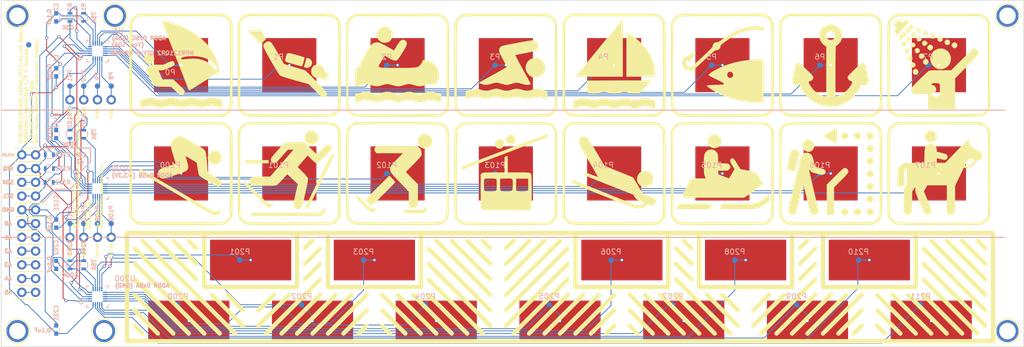
<source format=kicad_pcb>
(kicad_pcb (version 4) (host pcbnew 4.0.4-stable)
  (layers (0 F.Cu signal) (31 B.Cu signal) (34 B.Paste user) (35 F.Paste user) (36 B.SilkS user) (37 F.SilkS user) (38 B.Mask user) (39 F.Mask user) (44 Edge.Cuts user))
  (net 0 "")
  (net 1 GND)
  (net 2 +3V3)
  (net 3 /PAD0)
  (net 4 /PAD1)
  (net 5 /PAD2)
  (net 6 /PAD3)
  (net 7 /PAD4)
  (net 8 /PAD5)
  (net 9 /PAD6)
  (net 10 /PAD7)
  (net 11 /IRQ)
  (net 12 /SCL)
  (net 13 /SDA)
  (net 14 "Net-(C2-Pad1)")
  (net 15 "Net-(C102-Pad1)")
  (net 16 "Net-(C202-Pad1)")
  (net 17 "Net-(P8-Pad1)")
  (net 18 "Net-(P9-Pad1)")
  (net 19 "Net-(P10-Pad1)")
  (net 20 "Net-(P11-Pad1)")
  (net 21 "Net-(P100-Pad1)")
  (net 22 "Net-(P101-Pad1)")
  (net 23 "Net-(P102-Pad1)")
  (net 24 "Net-(P103-Pad1)")
  (net 25 "Net-(P104-Pad1)")
  (net 26 "Net-(P105-Pad1)")
  (net 27 "Net-(P106-Pad1)")
  (net 28 "Net-(P107-Pad1)")
  (net 29 "Net-(P108-Pad1)")
  (net 30 "Net-(P109-Pad1)")
  (net 31 "Net-(P110-Pad1)")
  (net 32 "Net-(P111-Pad1)")
  (net 33 "Net-(P200-Pad1)")
  (net 34 "Net-(P201-Pad1)")
  (net 35 "Net-(P202-Pad1)")
  (net 36 "Net-(P203-Pad1)")
  (net 37 "Net-(P204-Pad1)")
  (net 38 "Net-(P205-Pad1)")
  (net 39 "Net-(P206-Pad1)")
  (net 40 "Net-(P207-Pad1)")
  (net 41 "Net-(P208-Pad1)")
  (net 42 "Net-(P209-Pad1)")
  (net 43 "Net-(P210-Pad1)")
  (net 44 "Net-(P211-Pad1)")
  (net 45 "Net-(R1-Pad1)")
  (net 46 "Net-(R2-Pad2)")
  (net 47 "Net-(R101-Pad1)")
  (net 48 "Net-(R102-Pad2)")
  (net 49 "Net-(R201-Pad1)")
  (net 50 "Net-(R202-Pad2)")
  (net 51 "Net-(A0-Pad1)")
  (net 52 "Net-(A1-Pad1)")
  (net 53 "Net-(A2-Pad1)")
  (net 54 "Net-(A3-Pad1)")
  (net 55 "Net-(A4-Pad1)")
  (net 56 "Net-(A5-Pad1)")
  (module Connect:1pin (layer F.Cu) (at 21.54 -3)
    (fp_text reference REF** hide)
    (fp_text value 1pin)
    (pad 1 thru_hole circle (at 0 0) (size 4.064 4.064) (drill 3.048) (layers *.Cu *.Mask))
  )
  (module Connect:1pin (layer F.Cu) (at 23.54 -61.25)
    (fp_text reference REF** hide)
    (fp_text value 1pin)
    (pad 1 thru_hole circle (at 0 0) (size 4.064 4.064) (drill 3.048) (layers *.Cu *.Mask))
  )
  (module Liberry:Keyboard_1_Octave_20CM (layer F.Cu) (at 25.76 -1.125)
    (fp_text reference UKEY0 hide)
    (fp_text value KEYBOARD_1OCT)
    (pad 1 smd rect (at 11.4286 -3.75) (size 15 7.5) (layers F.Cu) (net 33 "Net-(P200-Pad1)"))
    (pad 2 smd rect (at 22.8571 -15) (size 15 7.5) (layers F.Cu) (net 34 "Net-(P201-Pad1)"))
    (pad 5 smd rect (at 57.143 -3.75) (size 15 7.5) (layers F.Cu) (net 37 "Net-(P204-Pad1)"))
    (pad 3 smd rect (at 34.2858 -3.75) (size 15 7.5) (layers F.Cu) (net 35 "Net-(P202-Pad1)"))
    (pad 4 smd rect (at 45.7144 -15) (size 15 7.5) (layers F.Cu) (net 36 "Net-(P203-Pad1)"))
    (pad 8 smd rect (at 102.8574 -3.75) (size 15 7.5) (layers F.Cu) (net 40 "Net-(P207-Pad1)"))
    (pad 6 smd rect (at 80.0002 -3.75) (size 15 7.5) (layers F.Cu) (net 38 "Net-(P205-Pad1)"))
    (pad 7 smd rect (at 91.4288 -15) (size 15 7.5) (layers F.Cu) (net 39 "Net-(P206-Pad1)"))
    (pad 9 smd rect (at 114.286 -15) (size 15 7.5) (layers F.Cu) (net 41 "Net-(P208-Pad1)"))
    (pad 11 smd rect (at 137.1432 -15) (size 15 7.5) (layers F.Cu) (net 43 "Net-(P210-Pad1)"))
    (pad 10 smd rect (at 125.7146 -3.75) (size 15 7.5) (layers F.Cu) (net 42 "Net-(P209-Pad1)"))
    (pad 12 smd rect (at 148.5718 -3.75) (size 15 7.5) (layers F.Cu) (net 44 "Net-(P211-Pad1)"))
  )
  (module Connect:1pin (layer F.Cu) (at 188.42 -3)
    (fp_text reference REF** hide)
    (fp_text value 1pin)
    (pad 1 thru_hole circle (at 0 0) (size 4.064 4.064) (drill 3.048) (layers *.Cu *.Mask))
  )
  (module Connect:1pin (layer F.Cu) (at 188.42 -61.25)
    (fp_text reference REF** hide)
    (fp_text value 1pin)
    (pad 1 thru_hole circle (at 0 0) (size 4.064 4.064) (drill 3.048) (layers *.Cu *.Mask))
  )
  (module Connect:1pin (layer F.Cu) (at 5.54 -61.25)
    (fp_text reference REF** hide)
    (fp_text value 1pin)
    (pad 1 thru_hole circle (at 0 0) (size 4.064 4.064) (drill 3.048) (layers *.Cu *.Mask))
  )
  (module Liberry:TOUCH_PAD_10CM (layer F.Cu) (at 35.76 -52.125)
    (fp_text reference PAD0 hide)
    (fp_text value TOUCHPAD_10CM)
    (pad 1 smd rect (at 0 0) (size 10 10) (layers F.Cu) (net 3 /PAD0))
  )
  (module Liberry:TOUCH_PAD_10CM (layer F.Cu) (at 55.76 -52.125)
    (fp_text reference PAD1 hide)
    (fp_text value TOUCHPAD_10CM)
    (pad 1 smd rect (at 0 0) (size 10 10) (layers F.Cu) (net 4 /PAD1))
  )
  (module Liberry:TOUCH_PAD_10CM (layer F.Cu) (at 75.76 -52.125)
    (fp_text reference PAD2 hide)
    (fp_text value TOUCHPAD_10CM)
    (pad 1 smd rect (at 0 0) (size 10 10) (layers F.Cu) (net 5 /PAD2))
  )
  (module Liberry:TOUCH_PAD_10CM (layer F.Cu) (at 95.76 -52.125)
    (fp_text reference PAD3 hide)
    (fp_text value TOUCHPAD_10CM)
    (pad 1 smd rect (at 0 0) (size 10 10) (layers F.Cu) (net 6 /PAD3))
  )
  (module Liberry:TOUCH_PAD_10CM (layer F.Cu) (at 115.76 -52.125)
    (fp_text reference PAD4 hide)
    (fp_text value TOUCHPAD_10CM)
    (pad 1 smd rect (at 0 0) (size 10 10) (layers F.Cu) (net 7 /PAD4))
  )
  (module Liberry:TOUCH_PAD_10CM (layer F.Cu) (at 135.76 -52.125)
    (fp_text reference PAD5 hide)
    (fp_text value TOUCHPAD_10CM)
    (pad 1 smd rect (at 0 0) (size 10 10) (layers F.Cu) (net 8 /PAD5))
  )
  (module Liberry:TOUCH_PAD_10CM (layer F.Cu) (at 155.76 -52.125)
    (fp_text reference PAD6 hide)
    (fp_text value TOUCHPAD_10CM)
    (pad 1 smd rect (at 0 0) (size 10 10) (layers F.Cu) (net 9 /PAD6))
  )
  (module Liberry:TOUCH_PAD_10CM (layer F.Cu) (at 175.76 -52.125)
    (fp_text reference PAD7 hide)
    (fp_text value TOUCHPAD_10CM)
    (pad 1 smd rect (at 0 0) (size 10 10) (layers F.Cu) (net 10 /PAD7))
  )
  (module Liberry:TOUCH_PAD_10CM (layer F.Cu) (at 35.76 -32.125)
    (fp_text reference PAD100 hide)
    (fp_text value TOUCHPAD_10CM)
    (pad 1 smd rect (at 0 0) (size 10 10) (layers F.Cu) (net 21 "Net-(P100-Pad1)"))
  )
  (module Liberry:TOUCH_PAD_10CM (layer F.Cu) (at 55.76 -32.125)
    (fp_text reference PAD101 hide)
    (fp_text value TOUCHPAD_10CM)
    (pad 1 smd rect (at 0 0) (size 10 10) (layers F.Cu) (net 22 "Net-(P101-Pad1)"))
  )
  (module Liberry:TOUCH_PAD_10CM (layer F.Cu) (at 75.76 -32.125)
    (fp_text reference PAD102 hide)
    (fp_text value TOUCHPAD_10CM)
    (pad 1 smd rect (at 0 0) (size 10 10) (layers F.Cu) (net 23 "Net-(P102-Pad1)"))
  )
  (module Liberry:TOUCH_PAD_10CM (layer F.Cu) (at 95.76 -32.125)
    (fp_text reference PAD103 hide)
    (fp_text value TOUCHPAD_10CM)
    (pad 1 smd rect (at 0 0) (size 10 10) (layers F.Cu) (net 24 "Net-(P103-Pad1)"))
  )
  (module Liberry:TOUCH_PAD_10CM (layer F.Cu) (at 115.76 -32.125)
    (fp_text reference PAD104 hide)
    (fp_text value TOUCHPAD_10CM)
    (pad 1 smd rect (at 0 0) (size 10 10) (layers F.Cu) (net 25 "Net-(P104-Pad1)"))
  )
  (module Liberry:TOUCH_PAD_10CM (layer F.Cu) (at 135.76 -32.125)
    (fp_text reference PAD105 hide)
    (fp_text value TOUCHPAD_10CM)
    (pad 1 smd rect (at 0 0) (size 10 10) (layers F.Cu) (net 26 "Net-(P105-Pad1)"))
  )
  (module Liberry:TOUCH_PAD_10CM (layer F.Cu) (at 155.76 -32.125)
    (fp_text reference PAD106 hide)
    (fp_text value TOUCHPAD_10CM)
    (pad 1 smd rect (at 0 0) (size 10 10) (layers F.Cu) (net 27 "Net-(P106-Pad1)"))
  )
  (module Liberry:TOUCH_PAD_10CM (layer F.Cu) (at 175.76 -32.125)
    (fp_text reference PAD107 hide)
    (fp_text value TOUCHPAD_10CM)
    (pad 1 smd rect (at 0 0) (size 10 10) (layers F.Cu) (net 28 "Net-(P107-Pad1)"))
  )
  (module Connect:1pin (layer F.Cu) (at 5.54 -3)
    (fp_text reference REF** hide)
    (fp_text value 1pin)
    (pad 1 thru_hole circle (at 0 0) (size 4.064 4.064) (drill 3.048) (layers *.Cu *.Mask))
  )
  (module Liberry:Adventure_Icons_8x2_160x40 (layer F.Cu) (at 105.76 -42.125)
    (fp_text reference G*** hide)
    (fp_text value LOGO hide)
  )
  (module Fiducials:Fiducial_1mm_Dia_2.54mm_Outer_CopperBottom (layer F.Cu) (at 7.62 -55.88)
    (fp_text reference REF** hide)
    (fp_text value Fiducial_1mm_Dia_2.54mm_Outer_CopperBottom)
    (pad ~ smd circle (at 0 0) (size 1 1) (layers B.Cu B.Mask) (clearance 0.77))
  )
  (module Liberry:TH_0.1_1x2_Jumper (layer F.Cu) (at 6.35 -35.56)
    (fp_text reference +3.3V0 (at -2.54 0) (layer F.SilkS) (effects (font (size 0.5 0.5) (thickness 0.125))))
    (fp_text value CONN_01X01)
    (pad 1 thru_hole circle (at 0 0) (size 1.7272 1.7272) (drill 1.016) (layers *.Cu *.Mask) (net 2 +3V3))
    (pad 1 thru_hole circle (at 2.54 0) (size 1.7272 1.7272) (drill 1.016) (layers *.Cu *.Mask) (net 2 +3V3))
  )
  (module Capacitors_SMD:C_0603 (layer B.Cu) (at 12.7 -50.8 90)
    (fp_text reference C1 (at 2.54 0 90) (layer B.SilkS) (effects (font (size 0.75 0.75)) (justify mirror)))
    (fp_text value CC0603KRX7R9BB104)
    (pad 1 smd rect (at -0.75 0 90) (size 0.8 0.75) (layers B.Cu B.Paste B.Mask) (net 2 +3V3))
    (pad 2 smd rect (at 0.75 0 90) (size 0.8 0.75) (layers B.Cu B.Paste B.Mask) (net 1 GND))
  )
  (module Capacitors_SMD:C_0603 (layer B.Cu) (at 12.7 -60.96 90)
    (fp_text reference C2 (at 1.905 0 90) (layer B.SilkS) (effects (font (size 0.75 0.75)) (justify mirror)))
    (fp_text value 0.1uf)
    (pad 1 smd rect (at -0.75 0 90) (size 0.8 0.75) (layers B.Cu B.Paste B.Mask) (net 14 "Net-(C2-Pad1)"))
    (pad 2 smd rect (at 0.75 0 90) (size 0.8 0.75) (layers B.Cu B.Paste B.Mask) (net 1 GND))
  )
  (module Capacitors_SMD:C_0603 (layer B.Cu) (at 12.7 -22.86 90)
    (fp_text reference C101 (at 3.81 0 90) (layer B.SilkS) (effects (font (size 0.75 0.75)) (justify mirror)))
    (fp_text value CC0603KRX7R9BB104)
    (pad 1 smd rect (at -0.75 0 90) (size 0.8 0.75) (layers B.Cu B.Paste B.Mask) (net 2 +3V3))
    (pad 2 smd rect (at 0.75 0 90) (size 0.8 0.75) (layers B.Cu B.Paste B.Mask) (net 1 GND))
  )
  (module Capacitors_SMD:C_0603 (layer B.Cu) (at 12.7 -39.37 90)
    (fp_text reference C102 (at 2.54 0 90) (layer B.SilkS) (effects (font (size 0.75 0.75)) (justify mirror)))
    (fp_text value 0.1uf)
    (pad 1 smd rect (at -0.75 0 90) (size 0.8 0.75) (layers B.Cu B.Paste B.Mask) (net 15 "Net-(C102-Pad1)"))
    (pad 2 smd rect (at 0.75 0 90) (size 0.8 0.75) (layers B.Cu B.Paste B.Mask) (net 1 GND))
  )
  (module Capacitors_SMD:C_0603 (layer B.Cu) (at 12.7 -3.29 90)
    (fp_text reference C201 (at 3.06 0 90) (layer B.SilkS) (effects (font (size 0.75 0.75)) (justify mirror)))
    (fp_text value CC0603KRX7R9BB104)
    (pad 1 smd rect (at -0.75 0 90) (size 0.8 0.75) (layers B.Cu B.Paste B.Mask) (net 2 +3V3))
    (pad 2 smd rect (at 0.75 0 90) (size 0.8 0.75) (layers B.Cu B.Paste B.Mask) (net 1 GND))
  )
  (module Capacitors_SMD:C_0603 (layer B.Cu) (at 12.7 -15.24 270)
    (fp_text reference C202 (at -3.175 0 270) (layer B.SilkS) (effects (font (size 0.75 0.75)) (justify mirror)))
    (fp_text value 0.1uf)
    (pad 1 smd rect (at -0.75 0 270) (size 0.8 0.75) (layers B.Cu B.Paste B.Mask) (net 16 "Net-(C202-Pad1)"))
    (pad 2 smd rect (at 0.75 0 270) (size 0.8 0.75) (layers B.Cu B.Paste B.Mask) (net 1 GND))
  )
  (module Liberry:TH_0.1_1x2_Jumper (layer F.Cu) (at 6.35 -25.4)
    (fp_text reference GND0 (at -2.54 0) (layer F.SilkS) (effects (font (size 0.5 0.5) (thickness 0.125))))
    (fp_text value CONN_01X01)
    (pad 1 thru_hole circle (at 0 0) (size 1.7272 1.7272) (drill 1.016) (layers *.Cu *.Mask) (net 1 GND))
    (pad 1 thru_hole circle (at 2.54 0) (size 1.7272 1.7272) (drill 1.016) (layers *.Cu *.Mask) (net 1 GND))
  )
  (module Liberry:TH_0.1_1x2_Jumper (layer F.Cu) (at 6.35 -33.02)
    (fp_text reference IRQ0 (at -2.54 0) (layer F.SilkS) (effects (font (size 0.5 0.5) (thickness 0.125))))
    (fp_text value CONN_01X01)
    (pad 1 thru_hole circle (at 0 0) (size 1.7272 1.7272) (drill 1.016) (layers *.Cu *.Mask) (net 11 /IRQ))
    (pad 1 thru_hole circle (at 2.54 0) (size 1.7272 1.7272) (drill 1.016) (layers *.Cu *.Mask) (net 11 /IRQ))
  )
  (module Liberry:TESTPAD (layer B.Cu) (at 33.76 -52.125)
    (fp_text reference P0 (at 0 1.325) (layer B.SilkS) (effects (justify mirror)))
    (fp_text value CONN_01X01)
    (pad 1 smd circle (at 0 0 90) (size 1 1) (layers B.Cu B.Paste B.Mask) (net 3 /PAD0))
  )
  (module Liberry:TESTPAD (layer B.Cu) (at 53.76 -52.125)
    (fp_text reference P1 (at 0 -1.524) (layer B.SilkS) (effects (justify mirror)))
    (fp_text value CONN_01X01)
    (pad 1 smd circle (at 0 0 90) (size 1 1) (layers B.Cu B.Paste B.Mask) (net 4 /PAD1))
  )
  (module Liberry:TESTPAD (layer B.Cu) (at 73.76 -52.125)
    (fp_text reference P2 (at 0 -1.524) (layer B.SilkS) (effects (justify mirror)))
    (fp_text value CONN_01X01)
    (pad 1 smd circle (at 0 0 90) (size 1 1) (layers B.Cu B.Paste B.Mask) (net 5 /PAD2))
  )
  (module Liberry:TESTPAD (layer B.Cu) (at 93.76 -52.125)
    (fp_text reference P3 (at 0 -1.524) (layer B.SilkS) (effects (justify mirror)))
    (fp_text value CONN_01X01)
    (pad 1 smd circle (at 0 0 90) (size 1 1) (layers B.Cu B.Paste B.Mask) (net 6 /PAD3))
  )
  (module Liberry:TESTPAD (layer B.Cu) (at 113.76 -52.125)
    (fp_text reference P4 (at 0 -1.524) (layer B.SilkS) (effects (justify mirror)))
    (fp_text value CONN_01X01)
    (pad 1 smd circle (at 0 0 90) (size 1 1) (layers B.Cu B.Paste B.Mask) (net 7 /PAD4))
  )
  (module Liberry:TESTPAD (layer B.Cu) (at 133.76 -52.125)
    (fp_text reference P5 (at 0 -1.524) (layer B.SilkS) (effects (justify mirror)))
    (fp_text value CONN_01X01)
    (pad 1 smd circle (at 0 0 90) (size 1 1) (layers B.Cu B.Paste B.Mask) (net 8 /PAD5))
  )
  (module Liberry:TESTPAD (layer B.Cu) (at 153.76 -52.125)
    (fp_text reference P6 (at 0 -1.524) (layer B.SilkS) (effects (justify mirror)))
    (fp_text value CONN_01X01)
    (pad 1 smd circle (at 0 0 90) (size 1 1) (layers B.Cu B.Paste B.Mask) (net 9 /PAD6))
  )
  (module Liberry:TESTPAD (layer B.Cu) (at 173.76 -52.125)
    (fp_text reference P7 (at 0 -1.524) (layer B.SilkS) (effects (justify mirror)))
    (fp_text value CONN_01X01)
    (pad 1 smd circle (at 0 0 90) (size 1 1) (layers B.Cu B.Paste B.Mask) (net 10 /PAD7))
  )
  (module Liberry:TESTPAD (layer B.Cu) (at 22.86 -48.26)
    (fp_text reference P8 (at 0 -1.905 90) (layer B.SilkS) (effects (font (size 0.75 0.75)) (justify mirror)))
    (fp_text value CONN_01X01)
    (pad 1 smd circle (at 0 0 90) (size 1 1) (layers B.Cu B.Paste B.Mask) (net 17 "Net-(P8-Pad1)"))
  )
  (module Liberry:TESTPAD (layer B.Cu) (at 20.32 -48.26)
    (fp_text reference P9 (at 0 -1.905 90) (layer B.SilkS) (effects (font (size 0.75 0.75)) (justify mirror)))
    (fp_text value CONN_01X01)
    (pad 1 smd circle (at 0 0 90) (size 1 1) (layers B.Cu B.Paste B.Mask) (net 18 "Net-(P9-Pad1)"))
  )
  (module Liberry:TESTPAD (layer B.Cu) (at 17.78 -48.26)
    (fp_text reference P10 (at 0 -1.905 90) (layer B.SilkS) (effects (font (size 0.75 0.75)) (justify mirror)))
    (fp_text value CONN_01X01)
    (pad 1 smd circle (at 0 0 90) (size 1 1) (layers B.Cu B.Paste B.Mask) (net 19 "Net-(P10-Pad1)"))
  )
  (module Liberry:TESTPAD (layer B.Cu) (at 15.24 -48.26)
    (fp_text reference P11 (at 0 -1.905 90) (layer B.SilkS) (effects (font (size 0.75 0.75)) (justify mirror)))
    (fp_text value CONN_01X01)
    (pad 1 smd circle (at 0 0 90) (size 1 1) (layers B.Cu B.Paste B.Mask) (net 20 "Net-(P11-Pad1)"))
  )
  (module Liberry:TESTPAD (layer B.Cu) (at 33.76 -32.125)
    (fp_text reference P100 (at 0 -1.524) (layer B.SilkS) (effects (justify mirror)))
    (fp_text value CONN_01X01)
    (pad 1 smd circle (at 0 0 90) (size 1 1) (layers B.Cu B.Paste B.Mask) (net 21 "Net-(P100-Pad1)"))
  )
  (module Liberry:TESTPAD (layer B.Cu) (at 53.76 -32.125)
    (fp_text reference P101 (at 0 -1.524) (layer B.SilkS) (effects (justify mirror)))
    (fp_text value CONN_01X01)
    (pad 1 smd circle (at 0 0 90) (size 1 1) (layers B.Cu B.Paste B.Mask) (net 22 "Net-(P101-Pad1)"))
  )
  (module Liberry:TESTPAD (layer B.Cu) (at 73.76 -32.125)
    (fp_text reference P102 (at 0 -1.524) (layer B.SilkS) (effects (justify mirror)))
    (fp_text value CONN_01X01)
    (pad 1 smd circle (at 0 0 90) (size 1 1) (layers B.Cu B.Paste B.Mask) (net 23 "Net-(P102-Pad1)"))
  )
  (module Liberry:TESTPAD (layer B.Cu) (at 93.76 -32.125)
    (fp_text reference P103 (at 0 -1.524) (layer B.SilkS) (effects (justify mirror)))
    (fp_text value CONN_01X01)
    (pad 1 smd circle (at 0 0 90) (size 1 1) (layers B.Cu B.Paste B.Mask) (net 24 "Net-(P103-Pad1)"))
  )
  (module Liberry:TESTPAD (layer B.Cu) (at 113.76 -32.125)
    (fp_text reference P104 (at 0 -1.524) (layer B.SilkS) (effects (justify mirror)))
    (fp_text value CONN_01X01)
    (pad 1 smd circle (at 0 0 90) (size 1 1) (layers B.Cu B.Paste B.Mask) (net 25 "Net-(P104-Pad1)"))
  )
  (module Liberry:TESTPAD (layer B.Cu) (at 133.76 -32.125)
    (fp_text reference P105 (at 0 -1.524) (layer B.SilkS) (effects (justify mirror)))
    (fp_text value CONN_01X01)
    (pad 1 smd circle (at 0 0 90) (size 1 1) (layers B.Cu B.Paste B.Mask) (net 26 "Net-(P105-Pad1)"))
  )
  (module Liberry:TESTPAD (layer B.Cu) (at 153.76 -32.125)
    (fp_text reference P106 (at 0 -1.524) (layer B.SilkS) (effects (justify mirror)))
    (fp_text value CONN_01X01)
    (pad 1 smd circle (at 0 0 90) (size 1 1) (layers B.Cu B.Paste B.Mask) (net 27 "Net-(P106-Pad1)"))
  )
  (module Liberry:TESTPAD (layer B.Cu) (at 173.26 -32.125)
    (fp_text reference P107 (at 0 -1.524) (layer B.SilkS) (effects (justify mirror)))
    (fp_text value CONN_01X01)
    (pad 1 smd circle (at 0 0 90) (size 1 1) (layers B.Cu B.Paste B.Mask) (net 28 "Net-(P107-Pad1)"))
  )
  (module Liberry:TESTPAD (layer B.Cu) (at 22.86 -22.86)
    (fp_text reference P108 (at 0 -1.905 90) (layer B.SilkS) (effects (font (size 0.75 0.75)) (justify mirror)))
    (fp_text value CONN_01X01)
    (pad 1 smd circle (at 0 0 90) (size 1 1) (layers B.Cu B.Paste B.Mask) (net 29 "Net-(P108-Pad1)"))
  )
  (module Liberry:TESTPAD (layer B.Cu) (at 20.32 -22.86)
    (fp_text reference P109 (at 0 -1.905 90) (layer B.SilkS) (effects (font (size 0.75 0.75)) (justify mirror)))
    (fp_text value CONN_01X01)
    (pad 1 smd circle (at 0 0 90) (size 1 1) (layers B.Cu B.Paste B.Mask) (net 30 "Net-(P109-Pad1)"))
  )
  (module Liberry:TESTPAD (layer B.Cu) (at 17.78 -22.86)
    (fp_text reference P110 (at 0 -1.905 90) (layer B.SilkS) (effects (font (size 0.75 0.75)) (justify mirror)))
    (fp_text value CONN_01X01)
    (pad 1 smd circle (at 0 0 90) (size 1 1) (layers B.Cu B.Paste B.Mask) (net 31 "Net-(P110-Pad1)"))
  )
  (module Liberry:TESTPAD (layer B.Cu) (at 15.24 -22.86)
    (fp_text reference P111 (at 0 -1.905 90) (layer B.SilkS) (effects (font (size 0.75 0.75)) (justify mirror)))
    (fp_text value CONN_01X01)
    (pad 1 smd circle (at 0 0 90) (size 1 1) (layers B.Cu B.Paste B.Mask) (net 32 "Net-(P111-Pad1)"))
  )
  (module Liberry:TESTPAD (layer B.Cu) (at 35.1886 -7.875)
    (fp_text reference P200 (at 0 -1.524) (layer B.SilkS) (effects (justify mirror)))
    (fp_text value CONN_01X01)
    (pad 1 smd circle (at 0 0 90) (size 1 1) (layers B.Cu B.Paste B.Mask) (net 33 "Net-(P200-Pad1)"))
  )
  (module Liberry:TESTPAD (layer B.Cu) (at 46.6171 -16.125)
    (fp_text reference P201 (at 0 -1.524) (layer B.SilkS) (effects (justify mirror)))
    (fp_text value CONN_01X01)
    (pad 1 smd circle (at 0 0 90) (size 1 1) (layers B.Cu B.Paste B.Mask) (net 34 "Net-(P201-Pad1)"))
  )
  (module Liberry:TESTPAD (layer B.Cu) (at 58.0458 -7.875)
    (fp_text reference P202 (at 0 -1.524) (layer B.SilkS) (effects (justify mirror)))
    (fp_text value CONN_01X01)
    (pad 1 smd circle (at 0 0 90) (size 1 1) (layers B.Cu B.Paste B.Mask) (net 35 "Net-(P202-Pad1)"))
  )
  (module Liberry:TESTPAD (layer B.Cu) (at 69.4744 -16.125)
    (fp_text reference P203 (at 0 -1.524) (layer B.SilkS) (effects (justify mirror)))
    (fp_text value CONN_01X01)
    (pad 1 smd circle (at 0 0 90) (size 1 1) (layers B.Cu B.Paste B.Mask) (net 36 "Net-(P203-Pad1)"))
  )
  (module Liberry:TESTPAD (layer B.Cu) (at 80.903 -7.875)
    (fp_text reference P204 (at 0 -1.524) (layer B.SilkS) (effects (justify mirror)))
    (fp_text value CONN_01X01)
    (pad 1 smd circle (at 0 0 90) (size 1 1) (layers B.Cu B.Paste B.Mask) (net 37 "Net-(P204-Pad1)"))
  )
  (module Liberry:TESTPAD (layer B.Cu) (at 103.7602 -7.875)
    (fp_text reference P205 (at 0 -1.524) (layer B.SilkS) (effects (justify mirror)))
    (fp_text value CONN_01X01)
    (pad 1 smd circle (at 0 0 90) (size 1 1) (layers B.Cu B.Paste B.Mask) (net 38 "Net-(P205-Pad1)"))
  )
  (module Liberry:TESTPAD (layer B.Cu) (at 115.1888 -16.125)
    (fp_text reference P206 (at 0 -1.524) (layer B.SilkS) (effects (justify mirror)))
    (fp_text value CONN_01X01)
    (pad 1 smd circle (at 0 0 90) (size 1 1) (layers B.Cu B.Paste B.Mask) (net 39 "Net-(P206-Pad1)"))
  )
  (module Liberry:TESTPAD (layer B.Cu) (at 126.6174 -7.875)
    (fp_text reference P207 (at 0 -1.524) (layer B.SilkS) (effects (justify mirror)))
    (fp_text value CONN_01X01)
    (pad 1 smd circle (at 0 0 90) (size 1 1) (layers B.Cu B.Paste B.Mask) (net 40 "Net-(P207-Pad1)"))
  )
  (module Liberry:TESTPAD (layer B.Cu) (at 138.046 -16.125)
    (fp_text reference P208 (at 0 -1.524) (layer B.SilkS) (effects (justify mirror)))
    (fp_text value CONN_01X01)
    (pad 1 smd circle (at 0 0 90) (size 1 1) (layers B.Cu B.Paste B.Mask) (net 41 "Net-(P208-Pad1)"))
  )
  (module Liberry:TESTPAD (layer B.Cu) (at 149.4746 -7.875)
    (fp_text reference P209 (at 0 -1.524) (layer B.SilkS) (effects (justify mirror)))
    (fp_text value CONN_01X01)
    (pad 1 smd circle (at 0 0 90) (size 1 1) (layers B.Cu B.Paste B.Mask) (net 42 "Net-(P209-Pad1)"))
  )
  (module Liberry:TESTPAD (layer B.Cu) (at 160.9032 -16.125)
    (fp_text reference P210 (at 0 -1.524) (layer B.SilkS) (effects (justify mirror)))
    (fp_text value CONN_01X01)
    (pad 1 smd circle (at 0 0 90) (size 1 1) (layers B.Cu B.Paste B.Mask) (net 43 "Net-(P210-Pad1)"))
  )
  (module Liberry:TESTPAD (layer B.Cu) (at 172.3318 -7.875)
    (fp_text reference P211 (at 0 -1.524) (layer B.SilkS) (effects (justify mirror)))
    (fp_text value CONN_01X01)
    (pad 1 smd circle (at 0 0 90) (size 1 1) (layers B.Cu B.Paste B.Mask) (net 44 "Net-(P211-Pad1)"))
  )
  (module Resistors_SMD:R_0603 (layer B.Cu) (at 17.78 -60.96 270)
    (fp_text reference R1 (at -1.905 0 270) (layer B.SilkS) (effects (font (size 0.75 0.75)) (justify mirror)))
    (fp_text value 75K)
    (pad 1 smd rect (at -0.75 0 270) (size 0.5 0.9) (layers B.Cu B.Paste B.Mask) (net 45 "Net-(R1-Pad1)"))
    (pad 2 smd rect (at 0.75 0 270) (size 0.5 0.9) (layers B.Cu B.Paste B.Mask) (net 1 GND))
  )
  (module Resistors_SMD:R_0603 (layer B.Cu) (at 15.24 -60.96 90)
    (fp_text reference R2 (at 1.905 0 90) (layer B.SilkS) (effects (font (size 0.75 0.75)) (justify mirror)))
    (fp_text value 100K)
    (pad 1 smd rect (at -0.75 0 90) (size 0.5 0.9) (layers B.Cu B.Paste B.Mask) (net 13 /SDA))
    (pad 2 smd rect (at 0.75 0 90) (size 0.5 0.9) (layers B.Cu B.Paste B.Mask) (net 46 "Net-(R2-Pad2)"))
  )
  (module Resistors_SMD:R_0603 (layer B.Cu) (at 17.78 -39.37 90)
    (fp_text reference R101 (at 2.54 0 90) (layer B.SilkS) (effects (font (size 0.75 0.75)) (justify mirror)))
    (fp_text value 75K)
    (pad 1 smd rect (at -0.75 0 90) (size 0.5 0.9) (layers B.Cu B.Paste B.Mask) (net 47 "Net-(R101-Pad1)"))
    (pad 2 smd rect (at 0.75 0 90) (size 0.5 0.9) (layers B.Cu B.Paste B.Mask) (net 1 GND))
  )
  (module Resistors_SMD:R_0603 (layer B.Cu) (at 15.24 -39.37 90)
    (fp_text reference R102 (at 2.54 0 90) (layer B.SilkS) (effects (font (size 0.75 0.75)) (justify mirror)))
    (fp_text value 100K)
    (pad 1 smd rect (at -0.75 0 90) (size 0.5 0.9) (layers B.Cu B.Paste B.Mask) (net 2 +3V3))
    (pad 2 smd rect (at 0.75 0 90) (size 0.5 0.9) (layers B.Cu B.Paste B.Mask) (net 48 "Net-(R102-Pad2)"))
  )
  (module Resistors_SMD:R_0603 (layer B.Cu) (at 17.78 -15.24 90)
    (fp_text reference R201 (at 3.175 0 90) (layer B.SilkS) (effects (font (size 0.75 0.75)) (justify mirror)))
    (fp_text value 75K)
    (pad 1 smd rect (at -0.75 0 90) (size 0.5 0.9) (layers B.Cu B.Paste B.Mask) (net 49 "Net-(R201-Pad1)"))
    (pad 2 smd rect (at 0.75 0 90) (size 0.5 0.9) (layers B.Cu B.Paste B.Mask) (net 1 GND))
  )
  (module Resistors_SMD:R_0603 (layer B.Cu) (at 15.24 -15.24 90)
    (fp_text reference R202 (at 3.175 0 90) (layer B.SilkS) (effects (font (size 0.75 0.75)) (justify mirror)))
    (fp_text value 100K)
    (pad 1 smd rect (at -0.75 0 90) (size 0.5 0.9) (layers B.Cu B.Paste B.Mask) (net 1 GND))
    (pad 2 smd rect (at 0.75 0 90) (size 0.5 0.9) (layers B.Cu B.Paste B.Mask) (net 50 "Net-(R202-Pad2)"))
  )
  (module Resistors_SMD:R_0603 (layer B.Cu) (at 11.43 -33.02 180)
    (fp_text reference R301 (at -2.54 0 180) (layer B.SilkS) (effects (font (size 0.75 0.75)) (justify mirror)))
    (fp_text value 10K)
    (pad 1 smd rect (at -0.75 0 180) (size 0.5 0.9) (layers B.Cu B.Paste B.Mask) (net 2 +3V3))
    (pad 2 smd rect (at 0.75 0 180) (size 0.5 0.9) (layers B.Cu B.Paste B.Mask) (net 13 /SDA))
  )
  (module Resistors_SMD:R_0603 (layer B.Cu) (at 11.38429 -30.48 180)
    (fp_text reference R302 (at -2.54 0 180) (layer B.SilkS) (effects (font (size 0.75 0.75)) (justify mirror)))
    (fp_text value 10K)
    (pad 1 smd rect (at -0.75 0 180) (size 0.5 0.9) (layers B.Cu B.Paste B.Mask) (net 2 +3V3))
    (pad 2 smd rect (at 0.75 0 180) (size 0.5 0.9) (layers B.Cu B.Paste B.Mask) (net 12 /SCL))
  )
  (module Resistors_SMD:R_0603 (layer B.Cu) (at 11.43 -35.56 180)
    (fp_text reference R303 (at -2.54 0 180) (layer B.SilkS) (effects (font (size 0.75 0.75)) (justify mirror)))
    (fp_text value 10K)
    (pad 1 smd rect (at -0.75 0 180) (size 0.5 0.9) (layers B.Cu B.Paste B.Mask) (net 2 +3V3))
    (pad 2 smd rect (at 0.75 0 180) (size 0.5 0.9) (layers B.Cu B.Paste B.Mask) (net 11 /IRQ))
  )
  (module Liberry:TH_0.1_1x2_Jumper (layer F.Cu) (at 6.35 -27.94)
    (fp_text reference SCL0 (at -2.54 0) (layer F.SilkS) (effects (font (size 0.5 0.5) (thickness 0.125))))
    (fp_text value CONN_01X01)
    (pad 1 thru_hole circle (at 0 0) (size 1.7272 1.7272) (drill 1.016) (layers *.Cu *.Mask) (net 12 /SCL))
    (pad 1 thru_hole circle (at 2.54 0) (size 1.7272 1.7272) (drill 1.016) (layers *.Cu *.Mask) (net 12 /SCL))
  )
  (module Liberry:TH_0.1_1x2_Jumper (layer F.Cu) (at 6.35 -30.48)
    (fp_text reference SDA0 (at -2.54 0) (layer F.SilkS) (effects (font (size 0.5 0.5) (thickness 0.125))))
    (fp_text value CONN_01X01)
    (pad 1 thru_hole circle (at 0 0) (size 1.7272 1.7272) (drill 1.016) (layers *.Cu *.Mask) (net 13 /SDA))
    (pad 1 thru_hole circle (at 2.54 0) (size 1.7272 1.7272) (drill 1.016) (layers *.Cu *.Mask) (net 13 /SDA))
  )
  (module Liberry:QFN-20-1EP_3x3mm_Pitch0.40mm (layer B.Cu) (at 20.32 -54.728503)
    (fp_text reference U1 (at 3.81 -3.691497) (layer B.SilkS) (effects (justify mirror)))
    (fp_text value MPR121QR2)
    (pad 1 smd rect (at -1.388503 0.8) (size 0.82 0.2) (layers B.Cu B.Paste B.Mask) (net 11 /IRQ))
    (pad 2 smd rect (at -1.388503 0.4) (size 0.82 0.2) (layers B.Cu B.Paste B.Mask) (net 12 /SCL))
    (pad 3 smd rect (at -1.388503 0) (size 0.82 0.2) (layers B.Cu B.Paste B.Mask) (net 13 /SDA))
    (pad 4 smd rect (at -1.388503 -0.4) (size 0.82 0.2) (layers B.Cu B.Paste B.Mask) (net 46 "Net-(R2-Pad2)"))
    (pad 5 smd rect (at -1.388503 -0.8) (size 0.82 0.2) (layers B.Cu B.Paste B.Mask) (net 14 "Net-(C2-Pad1)"))
    (pad 6 smd rect (at -0.8 -1.388503 270) (size 0.82 0.2) (layers B.Cu B.Paste B.Mask) (net 1 GND))
    (pad 7 smd rect (at -0.4 -1.388503 270) (size 0.82 0.2) (layers B.Cu B.Paste B.Mask) (net 45 "Net-(R1-Pad1)"))
    (pad 8 smd rect (at 0 -1.388503 270) (size 0.82 0.2) (layers B.Cu B.Paste B.Mask) (net 3 /PAD0))
    (pad 9 smd rect (at 0.4 -1.388503 270) (size 0.82 0.2) (layers B.Cu B.Paste B.Mask) (net 4 /PAD1))
    (pad 10 smd rect (at 0.8 -1.388503 270) (size 0.82 0.2) (layers B.Cu B.Paste B.Mask) (net 5 /PAD2))
    (pad 11 smd rect (at 1.388503 -0.8) (size 0.82 0.2) (layers B.Cu B.Paste B.Mask) (net 6 /PAD3))
    (pad 12 smd rect (at 1.388503 -0.4) (size 0.82 0.2) (layers B.Cu B.Paste B.Mask) (net 7 /PAD4))
    (pad 13 smd rect (at 1.388503 0) (size 0.82 0.2) (layers B.Cu B.Paste B.Mask) (net 8 /PAD5))
    (pad 14 smd rect (at 1.388503 0.4) (size 0.82 0.2) (layers B.Cu B.Paste B.Mask) (net 9 /PAD6))
    (pad 15 smd rect (at 1.388503 0.8) (size 0.82 0.2) (layers B.Cu B.Paste B.Mask) (net 10 /PAD7))
    (pad 16 smd rect (at 0.8 1.388503 270) (size 0.82 0.2) (layers B.Cu B.Paste B.Mask) (net 17 "Net-(P8-Pad1)"))
    (pad 17 smd rect (at 0.4 1.388503 270) (size 0.82 0.2) (layers B.Cu B.Paste B.Mask) (net 18 "Net-(P9-Pad1)"))
    (pad 18 smd rect (at 0 1.388503 270) (size 0.82 0.2) (layers B.Cu B.Paste B.Mask) (net 19 "Net-(P10-Pad1)"))
    (pad 19 smd rect (at -0.4 1.388503 270) (size 0.82 0.2) (layers B.Cu B.Paste B.Mask) (net 20 "Net-(P11-Pad1)"))
    (pad 20 smd rect (at -0.8 1.388503 270) (size 0.82 0.2) (layers B.Cu B.Paste B.Mask) (net 2 +3V3))
  )
  (module Liberry:QFN-20-1EP_3x3mm_Pitch0.40mm (layer B.Cu) (at 20.32 -29.328503)
    (fp_text reference U100 (at 4.445 -3.691497) (layer B.SilkS) (effects (justify mirror)))
    (fp_text value MPR121QR2)
    (pad 1 smd rect (at -1.388503 0.8) (size 0.82 0.2) (layers B.Cu B.Paste B.Mask) (net 11 /IRQ))
    (pad 2 smd rect (at -1.388503 0.4) (size 0.82 0.2) (layers B.Cu B.Paste B.Mask) (net 12 /SCL))
    (pad 3 smd rect (at -1.388503 0) (size 0.82 0.2) (layers B.Cu B.Paste B.Mask) (net 13 /SDA))
    (pad 4 smd rect (at -1.388503 -0.4) (size 0.82 0.2) (layers B.Cu B.Paste B.Mask) (net 48 "Net-(R102-Pad2)"))
    (pad 5 smd rect (at -1.388503 -0.8) (size 0.82 0.2) (layers B.Cu B.Paste B.Mask) (net 15 "Net-(C102-Pad1)"))
    (pad 6 smd rect (at -0.8 -1.388503 270) (size 0.82 0.2) (layers B.Cu B.Paste B.Mask) (net 1 GND))
    (pad 7 smd rect (at -0.4 -1.388503 270) (size 0.82 0.2) (layers B.Cu B.Paste B.Mask) (net 47 "Net-(R101-Pad1)"))
    (pad 8 smd rect (at 0 -1.388503 270) (size 0.82 0.2) (layers B.Cu B.Paste B.Mask) (net 21 "Net-(P100-Pad1)"))
    (pad 9 smd rect (at 0.4 -1.388503 270) (size 0.82 0.2) (layers B.Cu B.Paste B.Mask) (net 22 "Net-(P101-Pad1)"))
    (pad 10 smd rect (at 0.8 -1.388503 270) (size 0.82 0.2) (layers B.Cu B.Paste B.Mask) (net 23 "Net-(P102-Pad1)"))
    (pad 11 smd rect (at 1.388503 -0.8) (size 0.82 0.2) (layers B.Cu B.Paste B.Mask) (net 24 "Net-(P103-Pad1)"))
    (pad 12 smd rect (at 1.388503 -0.4) (size 0.82 0.2) (layers B.Cu B.Paste B.Mask) (net 25 "Net-(P104-Pad1)"))
    (pad 13 smd rect (at 1.388503 0) (size 0.82 0.2) (layers B.Cu B.Paste B.Mask) (net 26 "Net-(P105-Pad1)"))
    (pad 14 smd rect (at 1.388503 0.4) (size 0.82 0.2) (layers B.Cu B.Paste B.Mask) (net 27 "Net-(P106-Pad1)"))
    (pad 15 smd rect (at 1.388503 0.8) (size 0.82 0.2) (layers B.Cu B.Paste B.Mask) (net 28 "Net-(P107-Pad1)"))
    (pad 16 smd rect (at 0.8 1.388503 270) (size 0.82 0.2) (layers B.Cu B.Paste B.Mask) (net 29 "Net-(P108-Pad1)"))
    (pad 17 smd rect (at 0.4 1.388503 270) (size 0.82 0.2) (layers B.Cu B.Paste B.Mask) (net 30 "Net-(P109-Pad1)"))
    (pad 18 smd rect (at 0 1.388503 270) (size 0.82 0.2) (layers B.Cu B.Paste B.Mask) (net 31 "Net-(P110-Pad1)"))
    (pad 19 smd rect (at -0.4 1.388503 270) (size 0.82 0.2) (layers B.Cu B.Paste B.Mask) (net 32 "Net-(P111-Pad1)"))
    (pad 20 smd rect (at -0.8 1.388503 270) (size 0.82 0.2) (layers B.Cu B.Paste B.Mask) (net 2 +3V3))
  )
  (module Liberry:QFN-20-1EP_3x3mm_Pitch0.40mm (layer B.Cu) (at 20.32 -9.36)
    (fp_text reference U200 (at 5.08 -3.34) (layer B.SilkS) (effects (justify mirror)))
    (fp_text value MPR121QR2)
    (pad 1 smd rect (at -1.388503 0.8) (size 0.82 0.2) (layers B.Cu B.Paste B.Mask) (net 11 /IRQ))
    (pad 2 smd rect (at -1.388503 0.4) (size 0.82 0.2) (layers B.Cu B.Paste B.Mask) (net 12 /SCL))
    (pad 3 smd rect (at -1.388503 0) (size 0.82 0.2) (layers B.Cu B.Paste B.Mask) (net 13 /SDA))
    (pad 4 smd rect (at -1.388503 -0.4) (size 0.82 0.2) (layers B.Cu B.Paste B.Mask) (net 50 "Net-(R202-Pad2)"))
    (pad 5 smd rect (at -1.388503 -0.8) (size 0.82 0.2) (layers B.Cu B.Paste B.Mask) (net 16 "Net-(C202-Pad1)"))
    (pad 6 smd rect (at -0.8 -1.388503 270) (size 0.82 0.2) (layers B.Cu B.Paste B.Mask) (net 1 GND))
    (pad 7 smd rect (at -0.4 -1.388503 270) (size 0.82 0.2) (layers B.Cu B.Paste B.Mask) (net 49 "Net-(R201-Pad1)"))
    (pad 8 smd rect (at 0 -1.388503 270) (size 0.82 0.2) (layers B.Cu B.Paste B.Mask) (net 33 "Net-(P200-Pad1)"))
    (pad 9 smd rect (at 0.4 -1.388503 270) (size 0.82 0.2) (layers B.Cu B.Paste B.Mask) (net 34 "Net-(P201-Pad1)"))
    (pad 10 smd rect (at 0.8 -1.388503 270) (size 0.82 0.2) (layers B.Cu B.Paste B.Mask) (net 35 "Net-(P202-Pad1)"))
    (pad 11 smd rect (at 1.388503 -0.8) (size 0.82 0.2) (layers B.Cu B.Paste B.Mask) (net 36 "Net-(P203-Pad1)"))
    (pad 12 smd rect (at 1.388503 -0.4) (size 0.82 0.2) (layers B.Cu B.Paste B.Mask) (net 37 "Net-(P204-Pad1)"))
    (pad 13 smd rect (at 1.388503 0) (size 0.82 0.2) (layers B.Cu B.Paste B.Mask) (net 38 "Net-(P205-Pad1)"))
    (pad 14 smd rect (at 1.388503 0.4) (size 0.82 0.2) (layers B.Cu B.Paste B.Mask) (net 39 "Net-(P206-Pad1)"))
    (pad 15 smd rect (at 1.388503 0.8) (size 0.82 0.2) (layers B.Cu B.Paste B.Mask) (net 40 "Net-(P207-Pad1)"))
    (pad 16 smd rect (at 0.8 1.388503 270) (size 0.82 0.2) (layers B.Cu B.Paste B.Mask) (net 41 "Net-(P208-Pad1)"))
    (pad 17 smd rect (at 0.4 1.388503 270) (size 0.82 0.2) (layers B.Cu B.Paste B.Mask) (net 42 "Net-(P209-Pad1)"))
    (pad 18 smd rect (at 0 1.388503 270) (size 0.82 0.2) (layers B.Cu B.Paste B.Mask) (net 43 "Net-(P210-Pad1)"))
    (pad 19 smd rect (at -0.4 1.388503 270) (size 0.82 0.2) (layers B.Cu B.Paste B.Mask) (net 44 "Net-(P211-Pad1)"))
    (pad 20 smd rect (at -0.8 1.388503 270) (size 0.82 0.2) (layers B.Cu B.Paste B.Mask) (net 2 +3V3))
  )
  (module Liberry:TH_0.1_1x2_Jumper (layer F.Cu) (at 6.35 -22.86)
    (fp_text reference A0 (at -2.54 0) (layer F.SilkS) (effects (font (size 0.5 0.5) (thickness 0.125))))
    (fp_text value CONN_01X01)
    (pad 1 thru_hole circle (at 0 0) (size 1.7272 1.7272) (drill 1.016) (layers *.Cu *.Mask) (net 51 "Net-(A0-Pad1)"))
    (pad 1 thru_hole circle (at 2.54 0) (size 1.7272 1.7272) (drill 1.016) (layers *.Cu *.Mask) (net 51 "Net-(A0-Pad1)"))
  )
  (module Liberry:TH_0.1_1x2_Jumper (layer F.Cu) (at 6.35 -20.32)
    (fp_text reference A1 (at -2.54 0) (layer F.SilkS) (effects (font (size 0.5 0.5) (thickness 0.125))))
    (fp_text value CONN_01X01)
    (pad 1 thru_hole circle (at 0 0) (size 1.7272 1.7272) (drill 1.016) (layers *.Cu *.Mask) (net 52 "Net-(A1-Pad1)"))
    (pad 1 thru_hole circle (at 2.54 0) (size 1.7272 1.7272) (drill 1.016) (layers *.Cu *.Mask) (net 52 "Net-(A1-Pad1)"))
  )
  (module Liberry:TH_0.1_1x2_Jumper (layer F.Cu) (at 6.35 -17.78)
    (fp_text reference A2 (at -2.54 0) (layer F.SilkS) (effects (font (size 0.5 0.5) (thickness 0.125))))
    (fp_text value CONN_01X01)
    (pad 1 thru_hole circle (at 0 0) (size 1.7272 1.7272) (drill 1.016) (layers *.Cu *.Mask) (net 53 "Net-(A2-Pad1)"))
    (pad 1 thru_hole circle (at 2.54 0) (size 1.7272 1.7272) (drill 1.016) (layers *.Cu *.Mask) (net 53 "Net-(A2-Pad1)"))
  )
  (module Liberry:TH_0.1_1x2_Jumper (layer F.Cu) (at 6.35 -15.24)
    (fp_text reference A3 (at -2.54 0) (layer F.SilkS) (effects (font (size 0.5 0.5) (thickness 0.125))))
    (fp_text value CONN_01X01)
    (pad 1 thru_hole circle (at 0 0) (size 1.7272 1.7272) (drill 1.016) (layers *.Cu *.Mask) (net 54 "Net-(A3-Pad1)"))
    (pad 1 thru_hole circle (at 2.54 0) (size 1.7272 1.7272) (drill 1.016) (layers *.Cu *.Mask) (net 54 "Net-(A3-Pad1)"))
  )
  (module Liberry:TH_0.1_1x2_Jumper (layer F.Cu) (at 6.35 -12.7)
    (fp_text reference A4 (at -2.54 0) (layer F.SilkS) (effects (font (size 0.5 0.5) (thickness 0.125))))
    (fp_text value CONN_01X01)
    (pad 1 thru_hole circle (at 0 0) (size 1.7272 1.7272) (drill 1.016) (layers *.Cu *.Mask) (net 55 "Net-(A4-Pad1)"))
    (pad 1 thru_hole circle (at 2.54 0) (size 1.7272 1.7272) (drill 1.016) (layers *.Cu *.Mask) (net 55 "Net-(A4-Pad1)"))
  )
  (module Liberry:TH_0.1_1x2_Jumper (layer F.Cu) (at 6.35 -10.16)
    (fp_text reference A5 (at -2.54 0) (layer F.SilkS) (effects (font (size 0.5 0.5) (thickness 0.125))))
    (fp_text value CONN_01X01)
    (pad 1 thru_hole circle (at 0 0) (size 1.7272 1.7272) (drill 1.016) (layers *.Cu *.Mask) (net 56 "Net-(A5-Pad1)"))
    (pad 1 thru_hole circle (at 2.54 0) (size 1.7272 1.7272) (drill 1.016) (layers *.Cu *.Mask) (net 56 "Net-(A5-Pad1)"))
  )
  (module Liberry:single_0.1 (layer F.Cu) (at 22.86 -45.72 90)
    (fp_text reference PAD8 (at -2.54 0 90) (layer F.SilkS) (effects (font (size 0.5 0.5) (thickness 0.125))))
    (fp_text value CONN_01X01)
    (pad 1 thru_hole circle (at 0 0 90) (size 1.7272 1.7272) (drill 1.016) (layers *.Cu *.Mask) (net 17 "Net-(P8-Pad1)"))
  )
  (module Liberry:single_0.1 (layer F.Cu) (at 20.32 -45.72 90)
    (fp_text reference PAD9 (at -2.54 0 90) (layer F.SilkS) (effects (font (size 0.5 0.5) (thickness 0.125))))
    (fp_text value CONN_01X01)
    (pad 1 thru_hole circle (at 0 0 90) (size 1.7272 1.7272) (drill 1.016) (layers *.Cu *.Mask) (net 18 "Net-(P9-Pad1)"))
  )
  (module Liberry:single_0.1 (layer F.Cu) (at 17.78 -45.72 90)
    (fp_text reference PAD10 (at -2.54 0 90) (layer F.SilkS) (effects (font (size 0.5 0.5) (thickness 0.125))))
    (fp_text value CONN_01X01)
    (pad 1 thru_hole circle (at 0 0 90) (size 1.7272 1.7272) (drill 1.016) (layers *.Cu *.Mask) (net 19 "Net-(P10-Pad1)"))
  )
  (module Liberry:single_0.1 (layer F.Cu) (at 15.24 -45.72 90)
    (fp_text reference PAD11 (at -2.54 0 90) (layer F.SilkS) (effects (font (size 0.5 0.5) (thickness 0.125))))
    (fp_text value CONN_01X01)
    (pad 1 thru_hole circle (at 0 0 90) (size 1.7272 1.7272) (drill 1.016) (layers *.Cu *.Mask) (net 20 "Net-(P11-Pad1)"))
  )
  (module Liberry:single_0.1 (layer F.Cu) (at 22.86 -20.32 90)
    (fp_text reference PAD108 (at -2.54 0 90) (layer F.SilkS) (effects (font (size 0.5 0.5) (thickness 0.125))))
    (fp_text value CONN_01X01)
    (pad 1 thru_hole circle (at 0 0 90) (size 1.7272 1.7272) (drill 1.016) (layers *.Cu *.Mask) (net 29 "Net-(P108-Pad1)"))
  )
  (module Liberry:single_0.1 (layer F.Cu) (at 20.32 -20.32 90)
    (fp_text reference PAD109 (at -2.54 0 90) (layer F.SilkS) (effects (font (size 0.5 0.5) (thickness 0.125))))
    (fp_text value CONN_01X01)
    (pad 1 thru_hole circle (at 0 0 90) (size 1.7272 1.7272) (drill 1.016) (layers *.Cu *.Mask) (net 30 "Net-(P109-Pad1)"))
  )
  (module Liberry:single_0.1 (layer F.Cu) (at 17.78 -20.32 90)
    (fp_text reference PAD110 (at -2.54 0 90) (layer F.SilkS) (effects (font (size 0.5 0.5) (thickness 0.125))))
    (fp_text value CONN_01X01)
    (pad 1 thru_hole circle (at 0 0 90) (size 1.7272 1.7272) (drill 1.016) (layers *.Cu *.Mask) (net 31 "Net-(P110-Pad1)"))
  )
  (module Liberry:single_0.1 (layer F.Cu) (at 15.24 -20.32 90)
    (fp_text reference PAD111 (at -2.54 0 90) (layer F.SilkS) (effects (font (size 0.5 0.5) (thickness 0.125))))
    (fp_text value CONN_01X01)
    (pad 1 thru_hole circle (at 0 0 90) (size 1.7272 1.7272) (drill 1.016) (layers *.Cu *.Mask) (net 32 "Net-(P111-Pad1)"))
  )
  (gr_text "Open Source License at:\nhttps://github.com/Believotron/BelievotronWanderlustHardware\n\nMarketing pap: \nbelievotron.com\n\nThe good stuff:\nhttp://community.believotron.com/" (at 18.542 -21.844 90) (layer F.SilkS) (effects (font (size 0.45 0.45) (thickness 0.1125)) (justify left)))
  (gr_text +3.3V (at 3.81 -35.56) (layer B.SilkS) (effects (font (size 0.5 0.5) (thickness 0.125)) (justify mirror)))
  (gr_text IRQ (at 3.81 -33.02) (layer B.SilkS) (effects (font (size 0.75 0.75) (thickness 0.1875)) (justify mirror)))
  (gr_text SDA (at 3.81 -30.48) (layer B.SilkS) (effects (font (size 0.75 0.75) (thickness 0.1875)) (justify mirror)))
  (gr_text SCL (at 3.81 -27.94) (layer B.SilkS) (effects (font (size 0.75 0.75) (thickness 0.1875)) (justify mirror)))
  (gr_text GND (at 3.81 -25.4) (layer B.SilkS) (effects (font (size 0.75 0.75) (thickness 0.1875)) (justify mirror)))
  (gr_text A0 (at 3.81 -22.86) (layer B.SilkS) (effects (font (size 0.75 0.75) (thickness 0.1875)) (justify mirror)))
  (gr_text A1 (at 3.81 -20.32) (layer B.SilkS) (effects (font (size 0.75 0.75) (thickness 0.1875)) (justify mirror)))
  (gr_text A2 (at 3.81 -17.78) (layer B.SilkS) (effects (font (size 0.75 0.75) (thickness 0.1875)) (justify mirror)))
  (gr_text A3 (at 3.81 -15.24) (layer B.SilkS) (effects (font (size 0.75 0.75) (thickness 0.1875)) (justify mirror)))
  (gr_text A4 (at 3.81 -12.7) (layer B.SilkS) (effects (font (size 0.75 0.75) (thickness 0.1875)) (justify mirror)))
  (gr_text A5 (at 3.81 -10.16) (layer B.SilkS) (effects (font (size 0.75 0.75) (thickness 0.1875)) (justify mirror)))
  (gr_line (start 12.7 -29.21) (end 15.24 -29.21) (layer B.SilkS) (width 0.2))
  (gr_line (start 10.16 -26.67) (end 12.7 -29.21) (layer B.SilkS) (width 0.2))
  (gr_line (start 16.51 -30.48) (end 15.24 -29.21) (layer B.SilkS) (width 0.2))
  (gr_line (start 16.51 -31.75) (end 16.51 -30.48) (layer B.SilkS) (width 0.2))
  (gr_line (start 19.05 -34.29) (end 16.51 -31.75) (layer B.SilkS) (width 0.2))
  (gr_line (start 19.05 -36.83) (end 19.05 -34.29) (layer B.SilkS) (width 0.2))
  (gr_text x3 (at 17.145 -34.29) (layer B.SilkS) (effects (font (size 0.75 0.75) (thickness 0.1875)) (justify mirror)))
  (gr_line (start 10.16 -36.83) (end 19.05 -36.83) (layer B.SilkS) (width 0.2))
  (gr_text 100K (at 15.24 -37.465) (layer B.SilkS) (effects (font (size 0.75 0.75) (thickness 0.1875)) (justify mirror)))
  (gr_text "ADDR 0x5C (SDA)\n(Yes, SDA)\n" (at 22.86 -56.515) (layer B.SilkS) (effects (font (size 0.75 0.75) (thickness 0.1875)) (justify right mirror)))
  (gr_text "ADDR 0x5B (+3.3V)\n" (at 22.86 -31.75) (layer B.SilkS) (effects (font (size 0.75 0.75) (thickness 0.1875)) (justify right mirror)))
  (gr_text "ADDR 0x5A (GND)" (at 28.575 -11.43) (layer B.SilkS) (effects (font (size 0.75 0.75) (thickness 0.1875)) (justify mirror)))
  (gr_line (start 2.54 -43.815) (end 187.96 -43.815) (layer B.SilkS) (width 0.2))
  (gr_line (start 2.54 -20.32) (end 187.96 -20.32) (layer B.SilkS) (width 0.2))
  (gr_text 75K (at 19.685 -15.24 90) (layer B.SilkS) (effects (font (size 0.75 0.75) (thickness 0.1875)) (justify mirror)))
  (gr_text "MPR121QR2 QTYx3 NRFND!" (at 30.48 -54.356) (layer B.SilkS) (effects (font (size 0.75 0.75) (thickness 0.1875)) (justify mirror)))
  (gr_text 100K (at 15.24 -13.335) (layer B.SilkS) (effects (font (size 0.75 0.75) (thickness 0.1875)) (justify mirror)))
  (gr_text 100K (at 15.24 -59.055) (layer B.SilkS) (effects (font (size 0.75 0.75) (thickness 0.1875)) (justify mirror)))
  (gr_text 75K (at 19.685 -60.96 90) (layer B.SilkS) (effects (font (size 0.75 0.75) (thickness 0.1875)) (justify mirror)))
  (gr_text 75K (at 19.685 -39.37 90) (layer B.SilkS) (effects (font (size 0.75 0.75) (thickness 0.1875)) (justify mirror)))
  (gr_text 0.1uF (at 11.43 -60.96 90) (layer B.SilkS) (effects (font (size 0.75 0.75) (thickness 0.1875)) (justify mirror)))
  (gr_text 0.1uF (at 11.43 -50.8 90) (layer B.SilkS) (effects (font (size 0.75 0.75) (thickness 0.1875)) (justify mirror)))
  (gr_text 0.1uF (at 11.43 -39.37 90) (layer B.SilkS) (effects (font (size 0.75 0.75) (thickness 0.1875)) (justify mirror)))
  (gr_text 0.1uF (at 10.16 -3.175) (layer B.SilkS) (effects (font (size 0.75 0.75) (thickness 0.1875)) (justify mirror)))
  (gr_text 0.1uF (at 11.43 -15.24 90) (layer B.SilkS) (effects (font (size 0.75 0.75) (thickness 0.1875)) (justify mirror)))
  (gr_text 0.1uF (at 11.43 -22.86 90) (layer B.SilkS) (effects (font (size 0.75 0.75) (thickness 0.1875)) (justify mirror)))
  (gr_text 10K (at 17.145 -35.56) (layer B.SilkS) (effects (font (size 0.75 0.75) (thickness 0.1875)) (justify mirror)))
  (gr_text "PCB1002_1OCTAVE_16PAD_2017-01-26 Beta-1\nBelievotron Wanderlust 1/2 H Keypad\n1 Octave Piano, 16 Pads\n6CH Analog Mezzanine Expansion headers" (at 7.62 -37.592 90) (layer F.SilkS) (effects (font (size 0.6 0.6)) (justify left)))
  (gr_line (start 191.42 -64.11) (end 191.42 -0.14) (layer Edge.Cuts) (width 0.1))
  (gr_line (start 2.54 -64.11) (end 191.42 -64.11) (layer Edge.Cuts) (width 0.1))
  (gr_line (start 2.54 -0.14) (end 191.42 -0.14) (layer Edge.Cuts) (width 0.1))
  (gr_line (start 2.54 -64.11) (end 2.54 -0.14) (layer Edge.Cuts) (width 0.1))
  (segment (start 17.78 -15.99) (end 17.78 -18.110933) (width 0.1524) (layer B.Cu) (net 1))
  (segment (start 17.78 -18.110933) (end 15.163067 -18.110933) (width 0.1524) (layer B.Cu) (net 1))
  (segment (start 15.163067 -18.110933) (end 11.938 -21.336) (width 0.1524) (layer B.Cu) (net 1))
  (segment (start 11.938 -21.336) (end 11.938 -22.823) (width 0.1524) (layer B.Cu) (net 1))
  (segment (start 11.938 -22.823) (end 12.7 -23.585) (width 0.1524) (layer B.Cu) (net 1))
  (segment (start 12.7 -23.585) (end 12.7 -23.61) (width 0.1524) (layer B.Cu) (net 1))
  (segment (start 15.664264 -44.196) (end 15.24 -44.196) (width 0.1524) (layer B.Cu) (net 1))
  (segment (start 18.3824 -41.1248) (end 18.3824 -42.343932) (width 0.1524) (layer B.Cu) (net 1))
  (segment (start 17.78 -40.12) (end 17.78 -40.5224) (width 0.1524) (layer B.Cu) (net 1))
  (segment (start 17.78 -40.5224) (end 18.3824 -41.1248) (width 0.1524) (layer B.Cu) (net 1))
  (segment (start 18.3824 -42.343932) (end 16.530332 -44.196) (width 0.1524) (layer B.Cu) (net 1))
  (segment (start 16.530332 -44.196) (end 15.664264 -44.196) (width 0.1524) (layer B.Cu) (net 1))
  (segment (start 14.940001 -43.896001) (end 15.24 -44.196) (width 0.1524) (layer F.Cu) (net 1))
  (segment (start 13.97 -42.926) (end 14.940001 -43.896001) (width 0.1524) (layer F.Cu) (net 1))
  (segment (start 11.938 -42.926) (end 13.97 -42.926) (width 0.1524) (layer F.Cu) (net 1))
  (segment (start 15.24 -43.688) (end 15.24 -43.771736) (width 0.1524) (layer B.Cu) (net 1))
  (segment (start 12.7 -40.12) (end 12.7 -41.148) (width 0.1524) (layer B.Cu) (net 1))
  (segment (start 12.7 -41.148) (end 15.24 -43.688) (width 0.1524) (layer B.Cu) (net 1))
  (segment (start 15.24 -43.771736) (end 15.24 -44.196) (width 0.1524) (layer B.Cu) (net 1))
  (via (at 15.24 -44.196) (size 0.6) (drill 0.4) (layers F.Cu B.Cu) (net 1))
  (segment (start 19.52 -10.748503) (end 19.52 -11.468) (width 0.1524) (layer B.Cu) (net 1))
  (segment (start 15.8424 -14.49) (end 15.24 -14.49) (width 0.1524) (layer B.Cu) (net 1))
  (segment (start 19.52 -11.468) (end 16.498 -14.49) (width 0.1524) (layer B.Cu) (net 1))
  (segment (start 16.498 -14.49) (end 15.8424 -14.49) (width 0.1524) (layer B.Cu) (net 1))
  (segment (start 6.35 -25.4) (end 8.89 -25.4) (width 0.1524) (layer F.Cu) (net 1))
  (segment (start 10.668 -6.6244) (end 10.668 -20.158458) (width 0.1524) (layer B.Cu) (net 1))
  (segment (start 10.668 -20.158458) (end 9.058659 -21.767799) (width 0.1524) (layer B.Cu) (net 1))
  (segment (start 7.442201 -24.307799) (end 7.213599 -24.536401) (width 0.1524) (layer B.Cu) (net 1))
  (segment (start 9.058659 -21.767799) (end 8.365743 -21.767799) (width 0.1524) (layer B.Cu) (net 1))
  (segment (start 8.365743 -21.767799) (end 7.442201 -22.691341) (width 0.1524) (layer B.Cu) (net 1))
  (segment (start 7.442201 -22.691341) (end 7.442201 -24.307799) (width 0.1524) (layer B.Cu) (net 1))
  (segment (start 7.213599 -24.536401) (end 6.35 -25.4) (width 0.1524) (layer B.Cu) (net 1))
  (segment (start 12.7 -4.04) (end 12.7 -4.5924) (width 0.1524) (layer B.Cu) (net 1))
  (segment (start 12.7 -4.5924) (end 10.668 -6.6244) (width 0.1524) (layer B.Cu) (net 1))
  (segment (start 18.542 -32.512) (end 18.542 -35.052) (width 0.1524) (layer B.Cu) (net 1))
  (segment (start 16.51 -39.624) (end 17.006 -40.12) (width 0.1524) (layer B.Cu) (net 1))
  (segment (start 18.542 -35.052) (end 16.51 -37.084) (width 0.1524) (layer B.Cu) (net 1))
  (segment (start 17.006 -40.12) (end 17.78 -40.12) (width 0.1524) (layer B.Cu) (net 1))
  (segment (start 16.51 -37.084) (end 16.51 -39.624) (width 0.1524) (layer B.Cu) (net 1))
  (segment (start 11.938 -50.763) (end 11.938 -42.926) (width 0.1524) (layer B.Cu) (net 1))
  (via (at 11.938 -42.926) (size 0.6) (drill 0.4) (layers F.Cu B.Cu) (net 1))
  (segment (start 12.7 -51.55) (end 12.7 -51.525) (width 0.1524) (layer B.Cu) (net 1))
  (segment (start 12.7 -51.525) (end 11.938 -50.763) (width 0.1524) (layer B.Cu) (net 1))
  (segment (start 13.462 -52.324) (end 13.462 -52.312) (width 0.1524) (layer B.Cu) (net 1))
  (segment (start 13.462 -52.312) (end 12.7 -51.55) (width 0.1524) (layer B.Cu) (net 1))
  (segment (start 10.922 -54.864) (end 13.462 -52.324) (width 0.1524) (layer F.Cu) (net 1))
  (via (at 13.462 -52.324) (size 0.6) (drill 0.4) (layers F.Cu B.Cu) (net 1))
  (segment (start 10.922 -57.15) (end 10.922 -54.864) (width 0.1524) (layer F.Cu) (net 1))
  (segment (start 10.922 -59.907) (end 10.922 -57.15) (width 0.1524) (layer B.Cu) (net 1))
  (via (at 10.922 -57.15) (size 0.6) (drill 0.4) (layers F.Cu B.Cu) (net 1))
  (segment (start 12.7 -61.71) (end 12.7 -61.685) (width 0.1524) (layer B.Cu) (net 1))
  (segment (start 12.7 -61.685) (end 10.922 -59.907) (width 0.1524) (layer B.Cu) (net 1))
  (segment (start 17.78 -60.21) (end 17.78 -60.6124) (width 0.1524) (layer B.Cu) (net 1))
  (segment (start 17.78 -60.6124) (end 17.161001 -61.231399) (width 0.1524) (layer B.Cu) (net 1))
  (segment (start 17.161001 -61.231399) (end 13.706001 -61.231399) (width 0.1524) (layer B.Cu) (net 1))
  (segment (start 13.706001 -61.231399) (end 13.2274 -61.71) (width 0.1524) (layer B.Cu) (net 1))
  (segment (start 13.2274 -61.71) (end 12.7 -61.71) (width 0.1524) (layer B.Cu) (net 1))
  (segment (start 18.542 -27.432) (end 18.542 -32.087736) (width 0.1524) (layer F.Cu) (net 1))
  (segment (start 17.526 -26.416) (end 18.542 -27.432) (width 0.1524) (layer F.Cu) (net 1))
  (segment (start 18.542 -32.087736) (end 18.542 -32.512) (width 0.1524) (layer F.Cu) (net 1))
  (segment (start 19.304 -32.512) (end 19.52 -32.296) (width 0.1524) (layer B.Cu) (net 1))
  (segment (start 19.52 -32.296) (end 19.52 -30.717006) (width 0.1524) (layer B.Cu) (net 1))
  (segment (start 18.542 -32.512) (end 19.304 -32.512) (width 0.1524) (layer B.Cu) (net 1))
  (via (at 18.542 -32.512) (size 0.6) (drill 0.4) (layers F.Cu B.Cu) (net 1))
  (segment (start 16.002 -24.892) (end 17.526 -26.416) (width 0.1524) (layer B.Cu) (net 1))
  (via (at 17.526 -26.416) (size 0.6) (drill 0.4) (layers F.Cu B.Cu) (net 1))
  (segment (start 13.4296 -24.892) (end 16.002 -24.892) (width 0.1524) (layer B.Cu) (net 1))
  (segment (start 12.7 -23.61) (end 12.7 -24.1624) (width 0.1524) (layer B.Cu) (net 1))
  (segment (start 12.7 -24.1624) (end 13.4296 -24.892) (width 0.1524) (layer B.Cu) (net 1))
  (segment (start 8.89 -25.4) (end 10.935 -25.4) (width 0.1524) (layer B.Cu) (net 1))
  (segment (start 10.935 -25.4) (end 10.667999 -25.4) (width 0.1524) (layer B.Cu) (net 1))
  (segment (start 12.7 -23.61) (end 12.7 -23.635) (width 0.1524) (layer B.Cu) (net 1))
  (segment (start 12.7 -23.635) (end 10.935 -25.4) (width 0.1524) (layer B.Cu) (net 1))
  (segment (start 15.24 -14.49) (end 15.24 -14.8924) (width 0.1524) (layer B.Cu) (net 1))
  (segment (start 12.142119 -16.618601) (end 12.096399 -16.572881) (width 0.1524) (layer B.Cu) (net 1))
  (segment (start 12.096399 -16.572881) (end 12.096399 -15.118601) (width 0.1524) (layer B.Cu) (net 1))
  (segment (start 15.24 -14.8924) (end 13.513799 -16.618601) (width 0.1524) (layer B.Cu) (net 1))
  (segment (start 12.096399 -15.118601) (end 12.7 -14.515) (width 0.1524) (layer B.Cu) (net 1))
  (segment (start 13.513799 -16.618601) (end 12.142119 -16.618601) (width 0.1524) (layer B.Cu) (net 1))
  (segment (start 12.7 -14.515) (end 12.7 -14.49) (width 0.1524) (layer B.Cu) (net 1))
  (segment (start 15.24 -14.8924) (end 16.3376 -15.99) (width 0.1524) (layer B.Cu) (net 1))
  (segment (start 17.1776 -15.99) (end 17.78 -15.99) (width 0.1524) (layer B.Cu) (net 1))
  (segment (start 16.3376 -15.99) (end 17.1776 -15.99) (width 0.1524) (layer B.Cu) (net 1))
  (segment (start 19.52 -56.117006) (end 19.52 -58.67) (width 0.1524) (layer B.Cu) (net 1))
  (segment (start 19.52 -58.67) (end 17.98 -60.21) (width 0.1524) (layer B.Cu) (net 1))
  (segment (start 17.98 -60.21) (end 17.78 -60.21) (width 0.1524) (layer B.Cu) (net 1))
  (segment (start 14.732 -23.43033) (end 13.41167 -22.11) (width 0.1524) (layer B.Cu) (net 2))
  (segment (start 13.41167 -22.11) (end 12.7 -22.11) (width 0.1524) (layer B.Cu) (net 2))
  (segment (start 14.890271 -23.588601) (end 14.732 -23.43033) (width 0.1524) (layer B.Cu) (net 2))
  (segment (start 14.478 -24.13) (end 14.478 -23.705736) (width 0.1524) (layer B.Cu) (net 2))
  (segment (start 14.478 -23.705736) (end 14.732 -23.451736) (width 0.1524) (layer B.Cu) (net 2))
  (segment (start 14.732 -23.451736) (end 14.732 -23.43033) (width 0.1524) (layer B.Cu) (net 2))
  (segment (start 15.539999 -25.191999) (end 14.478 -24.13) (width 0.1524) (layer F.Cu) (net 2))
  (via (at 14.478 -24.13) (size 0.6) (drill 0.4) (layers F.Cu B.Cu) (net 2))
  (segment (start 15.539999 -28.656001) (end 15.539999 -25.191999) (width 0.1524) (layer F.Cu) (net 2))
  (segment (start 13.208 -35.56) (end 13.208 -33.274) (width 0.1524) (layer F.Cu) (net 2))
  (segment (start 12.5824 -35.56) (end 13.208 -35.56) (width 0.1524) (layer B.Cu) (net 2))
  (via (at 13.208 -35.56) (size 0.6) (drill 0.4) (layers F.Cu B.Cu) (net 2))
  (segment (start 12.18 -35.56) (end 12.5824 -35.56) (width 0.1524) (layer B.Cu) (net 2))
  (segment (start 6.35 -35.56) (end 7.571314 -35.56) (width 0.1524) (layer B.Cu) (net 2))
  (segment (start 7.571314 -35.56) (end 8.89 -35.56) (width 0.1524) (layer B.Cu) (net 2))
  (segment (start 13.208 -33.274) (end 12.434 -33.274) (width 0.1524) (layer B.Cu) (net 2))
  (segment (start 12.434 -33.274) (end 12.18 -33.02) (width 0.1524) (layer B.Cu) (net 2))
  (segment (start 13.208 -33.02) (end 13.208 -33.274) (width 0.1524) (layer F.Cu) (net 2))
  (segment (start 13.716 -32.512) (end 13.208 -33.02) (width 0.1524) (layer F.Cu) (net 2))
  (segment (start 13.716 -30.48) (end 13.716 -32.512) (width 0.1524) (layer F.Cu) (net 2))
  (via (at 13.208 -33.274) (size 0.6) (drill 0.4) (layers F.Cu B.Cu) (net 2))
  (segment (start 13.716 -30.48) (end 12.13429 -30.48) (width 0.1524) (layer B.Cu) (net 2))
  (segment (start 15.539999 -28.656001) (end 13.716 -30.48) (width 0.1524) (layer F.Cu) (net 2))
  (via (at 13.716 -30.48) (size 0.6) (drill 0.4) (layers F.Cu B.Cu) (net 2))
  (segment (start 19.52 -26.632) (end 16.476601 -23.588601) (width 0.1524) (layer B.Cu) (net 2))
  (segment (start 16.476601 -23.588601) (end 14.890271 -23.588601) (width 0.1524) (layer B.Cu) (net 2))
  (segment (start 19.52 -27.94) (end 19.52 -26.632) (width 0.1524) (layer B.Cu) (net 2))
  (segment (start 10.668 -37.338) (end 10.668008 -37.338) (width 0.1524) (layer F.Cu) (net 2))
  (segment (start 8.89 -35.56) (end 10.668 -37.338) (width 0.1524) (layer F.Cu) (net 2))
  (segment (start 10.668008 -37.271992) (end 10.668008 -37.338) (width 0.1524) (layer B.Cu) (net 2))
  (segment (start 12.18 -35.76) (end 10.668008 -37.271992) (width 0.1524) (layer B.Cu) (net 2))
  (segment (start 12.18 -35.56) (end 12.18 -35.76) (width 0.1524) (layer B.Cu) (net 2))
  (segment (start 10.922008 -37.084) (end 10.668008 -37.338) (width 0.1524) (layer F.Cu) (net 2))
  (segment (start 15.24 -37.084) (end 10.922008 -37.084) (width 0.1524) (layer F.Cu) (net 2))
  (via (at 10.668008 -37.338) (size 0.6) (drill 0.4) (layers F.Cu B.Cu) (net 2))
  (segment (start 15.24 -37.084) (end 15.24 -38.62) (width 0.1524) (layer B.Cu) (net 2))
  (via (at 15.24 -37.084) (size 0.6) (drill 0.4) (layers F.Cu B.Cu) (net 2))
  (segment (start 17.571999 -50.591999) (end 19.52 -52.54) (width 0.1524) (layer B.Cu) (net 2))
  (segment (start 19.52 -52.54) (end 19.52 -53.34) (width 0.1524) (layer B.Cu) (net 2))
  (segment (start 14.986 -50.292) (end 15.285999 -50.591999) (width 0.1524) (layer B.Cu) (net 2))
  (segment (start 15.285999 -50.591999) (end 17.571999 -50.591999) (width 0.1524) (layer B.Cu) (net 2))
  (segment (start 12.999999 -48.305999) (end 14.986 -50.292) (width 0.1524) (layer F.Cu) (net 2))
  (via (at 14.986 -50.292) (size 0.6) (drill 0.4) (layers F.Cu B.Cu) (net 2))
  (segment (start 12.7 -48.006) (end 12.999999 -48.305999) (width 0.1524) (layer F.Cu) (net 2))
  (segment (start 12.7 -48.006) (end 12.7 -50.05) (width 0.1524) (layer B.Cu) (net 2))
  (segment (start 11.729999 -47.035999) (end 12.7 -48.006) (width 0.1524) (layer F.Cu) (net 2))
  (via (at 12.7 -48.006) (size 0.6) (drill 0.4) (layers F.Cu B.Cu) (net 2))
  (segment (start 8.128 -46.736) (end 8.427999 -47.035999) (width 0.1524) (layer F.Cu) (net 2))
  (segment (start 8.427999 -47.035999) (end 11.729999 -47.035999) (width 0.1524) (layer F.Cu) (net 2))
  (segment (start 8.128 -38.559314) (end 8.128 -46.736) (width 0.1524) (layer B.Cu) (net 2))
  (via (at 8.128 -46.736) (size 0.6) (drill 0.4) (layers F.Cu B.Cu) (net 2))
  (segment (start 6.35 -35.56) (end 6.35 -36.781314) (width 0.1524) (layer B.Cu) (net 2))
  (segment (start 6.35 -36.781314) (end 8.128 -38.559314) (width 0.1524) (layer B.Cu) (net 2))
  (segment (start 4.064 -10.829542) (end 4.064 -33.274) (width 0.1524) (layer B.Cu) (net 2))
  (segment (start 4.064 -33.274) (end 6.35 -35.56) (width 0.1524) (layer B.Cu) (net 2))
  (segment (start 7.391 -7.874) (end 7.019542 -7.874) (width 0.1524) (layer B.Cu) (net 2))
  (segment (start 7.019542 -7.874) (end 4.064 -10.829542) (width 0.1524) (layer B.Cu) (net 2))
  (segment (start 12.7 -2.54) (end 12.7 -2.565) (width 0.1524) (layer B.Cu) (net 2))
  (segment (start 12.7 -2.565) (end 7.391 -7.874) (width 0.1524) (layer B.Cu) (net 2))
  (segment (start 19.52 -7.971497) (end 19.52 -7.409097) (width 0.1524) (layer B.Cu) (net 2))
  (segment (start 19.52 -7.409097) (end 14.650903 -2.54) (width 0.1524) (layer B.Cu) (net 2))
  (segment (start 13.2274 -2.54) (end 12.7 -2.54) (width 0.1524) (layer B.Cu) (net 2))
  (segment (start 14.650903 -2.54) (end 13.2274 -2.54) (width 0.1524) (layer B.Cu) (net 2))
  (segment (start 20.32 -56.117006) (end 20.32 -57.658) (width 0.1524) (layer B.Cu) (net 3))
  (segment (start 20.32 -57.658) (end 21.082 -58.42) (width 0.1524) (layer B.Cu) (net 3))
  (segment (start 21.082 -58.42) (end 27.465 -58.42) (width 0.1524) (layer B.Cu) (net 3))
  (segment (start 27.465 -58.42) (end 33.76 -52.125) (width 0.1524) (layer B.Cu) (net 3))
  (segment (start 35.76 -52.125) (end 33.76 -52.125) (width 0.25) (layer B.Cu) (net 3))
  (via (at 35.76 -52.125) (size 0.6) (drill 0.4) (layers F.Cu B.Cu) (net 3))
  (segment (start 33.02 -49.53) (end 24.434811 -58.115189) (width 0.1524) (layer B.Cu) (net 4))
  (segment (start 24.434811 -58.115189) (end 21.539189 -58.115189) (width 0.1524) (layer B.Cu) (net 4))
  (segment (start 20.72 -56.679406) (end 20.72 -56.117006) (width 0.1524) (layer B.Cu) (net 4))
  (segment (start 21.539189 -58.115189) (end 20.72 -57.296) (width 0.1524) (layer B.Cu) (net 4))
  (segment (start 51.165 -49.53) (end 33.02 -49.53) (width 0.1524) (layer B.Cu) (net 4))
  (segment (start 53.76 -52.125) (end 51.165 -49.53) (width 0.1524) (layer B.Cu) (net 4))
  (segment (start 20.72 -57.296) (end 20.72 -56.679406) (width 0.1524) (layer B.Cu) (net 4))
  (segment (start 55.76 -52.125) (end 53.76 -52.125) (width 0.1524) (layer B.Cu) (net 4))
  (via (at 55.76 -52.125) (size 0.6) (drill 0.4) (layers F.Cu B.Cu) (net 4))
  (segment (start 69.691811 -48.056811) (end 73.260001 -51.625001) (width 0.1524) (layer B.Cu) (net 5))
  (segment (start 73.260001 -51.625001) (end 73.76 -52.125) (width 0.1524) (layer B.Cu) (net 5))
  (segment (start 23.065772 -57.810378) (end 23.977622 -57.810378) (width 0.1524) (layer B.Cu) (net 5))
  (segment (start 21.3724 -56.117006) (end 23.065772 -57.810378) (width 0.1524) (layer B.Cu) (net 5))
  (segment (start 23.977622 -57.810378) (end 33.731189 -48.056811) (width 0.1524) (layer B.Cu) (net 5))
  (segment (start 21.12 -56.117006) (end 21.3724 -56.117006) (width 0.1524) (layer B.Cu) (net 5))
  (segment (start 33.731189 -48.056811) (end 69.691811 -48.056811) (width 0.1524) (layer B.Cu) (net 5))
  (segment (start 75.76 -52.125) (end 73.76 -52.125) (width 0.1524) (layer B.Cu) (net 5))
  (via (at 75.76 -52.125) (size 0.6) (drill 0.4) (layers F.Cu B.Cu) (net 5))
  (segment (start 93.260001 -51.625001) (end 93.76 -52.125) (width 0.1524) (layer B.Cu) (net 6))
  (segment (start 32.027198 -47.752) (end 89.387 -47.752) (width 0.1524) (layer B.Cu) (net 6))
  (segment (start 24.250695 -55.528503) (end 32.027198 -47.752) (width 0.1524) (layer B.Cu) (net 6))
  (segment (start 21.708503 -55.528503) (end 24.250695 -55.528503) (width 0.1524) (layer B.Cu) (net 6))
  (segment (start 89.387 -47.752) (end 93.260001 -51.625001) (width 0.1524) (layer B.Cu) (net 6))
  (segment (start 95.76 -52.125) (end 93.76 -52.125) (width 0.1524) (layer B.Cu) (net 6))
  (via (at 95.76 -52.125) (size 0.6) (drill 0.4) (layers F.Cu B.Cu) (net 6))
  (segment (start 31.951699 -47.396433) (end 109.031433 -47.396433) (width 0.1524) (layer B.Cu) (net 7))
  (segment (start 109.031433 -47.396433) (end 113.260001 -51.625001) (width 0.1524) (layer B.Cu) (net 7))
  (segment (start 21.708503 -55.128503) (end 24.219629 -55.128503) (width 0.1524) (layer B.Cu) (net 7))
  (segment (start 113.260001 -51.625001) (end 113.76 -52.125) (width 0.1524) (layer B.Cu) (net 7))
  (segment (start 24.219629 -55.128503) (end 31.951699 -47.396433) (width 0.1524) (layer B.Cu) (net 7))
  (segment (start 115.76 -52.125) (end 113.76 -52.125) (width 0.1524) (layer B.Cu) (net 7))
  (via (at 115.76 -52.125) (size 0.6) (drill 0.4) (layers F.Cu B.Cu) (net 7))
  (segment (start 31.825444 -47.091622) (end 128.726622 -47.091622) (width 0.1524) (layer B.Cu) (net 8))
  (segment (start 21.708503 -54.728503) (end 24.188563 -54.728503) (width 0.1524) (layer B.Cu) (net 8))
  (segment (start 133.260001 -51.625001) (end 133.76 -52.125) (width 0.1524) (layer B.Cu) (net 8))
  (segment (start 24.188563 -54.728503) (end 31.825444 -47.091622) (width 0.1524) (layer B.Cu) (net 8))
  (segment (start 128.726622 -47.091622) (end 133.260001 -51.625001) (width 0.1524) (layer B.Cu) (net 8))
  (segment (start 135.76 -52.125) (end 133.76 -52.125) (width 0.1524) (layer B.Cu) (net 8))
  (via (at 135.76 -52.125) (size 0.6) (drill 0.4) (layers F.Cu B.Cu) (net 8))
  (segment (start 153.260001 -51.625001) (end 153.76 -52.125) (width 0.1524) (layer B.Cu) (net 9))
  (segment (start 148.421811 -46.786811) (end 153.260001 -51.625001) (width 0.1524) (layer B.Cu) (net 9))
  (segment (start 31.699189 -46.786811) (end 148.421811 -46.786811) (width 0.1524) (layer B.Cu) (net 9))
  (segment (start 24.157497 -54.328503) (end 31.699189 -46.786811) (width 0.1524) (layer B.Cu) (net 9))
  (segment (start 21.708503 -54.328503) (end 24.157497 -54.328503) (width 0.1524) (layer B.Cu) (net 9))
  (segment (start 155.76 -52.125) (end 153.76 -52.125) (width 0.1524) (layer B.Cu) (net 9))
  (via (at 155.76 -52.125) (size 0.6) (drill 0.4) (layers F.Cu B.Cu) (net 9))
  (segment (start 31.242 -46.482) (end 168.117 -46.482) (width 0.1524) (layer B.Cu) (net 10))
  (segment (start 168.117 -46.482) (end 173.76 -52.125) (width 0.1524) (layer B.Cu) (net 10))
  (segment (start 23.795497 -53.928503) (end 31.242 -46.482) (width 0.1524) (layer B.Cu) (net 10))
  (segment (start 21.708503 -53.928503) (end 23.795497 -53.928503) (width 0.1524) (layer B.Cu) (net 10))
  (segment (start 175.76 -52.125) (end 173.76 -52.125) (width 0.1524) (layer B.Cu) (net 10))
  (via (at 175.76 -52.125) (size 0.6) (drill 0.4) (layers F.Cu B.Cu) (net 10))
  (segment (start 17.627113 -53.928503) (end 17.338609 -53.639999) (width 0.1524) (layer B.Cu) (net 11))
  (segment (start 18.931497 -53.928503) (end 17.627113 -53.928503) (width 0.1524) (layer B.Cu) (net 11))
  (segment (start 17.03861 -53.57339) (end 17.03861 -53.34) (width 0.1524) (layer F.Cu) (net 11))
  (via (at 17.03861 -53.34) (size 0.6) (drill 0.4) (layers F.Cu B.Cu) (net 11))
  (segment (start 13.208 -57.404) (end 17.03861 -53.57339) (width 0.1524) (layer F.Cu) (net 11))
  (segment (start 17.338609 -53.639999) (end 17.03861 -53.34) (width 0.1524) (layer B.Cu) (net 11))
  (segment (start 14.178001 -8.935999) (end 14.478 -8.636) (width 0.1524) (layer F.Cu) (net 11))
  (segment (start 13.97 -9.144) (end 14.178001 -8.935999) (width 0.1524) (layer F.Cu) (net 11))
  (segment (start 13.97 -23.855668) (end 13.97 -9.144) (width 0.1524) (layer F.Cu) (net 11))
  (segment (start 13.949398 -23.87627) (end 13.97 -23.855668) (width 0.1524) (layer F.Cu) (net 11))
  (segment (start 13.949398 -25.125398) (end 13.949398 -23.87627) (width 0.1524) (layer F.Cu) (net 11))
  (segment (start 14.986 -26.162) (end 13.949398 -25.125398) (width 0.1524) (layer F.Cu) (net 11))
  (segment (start 6.35 -33.02) (end 8.89 -33.02) (width 0.1524) (layer B.Cu) (net 11))
  (segment (start 14.478 -8.636) (end 16.104 -8.636) (width 0.1524) (layer B.Cu) (net 11))
  (segment (start 16.104 -8.636) (end 16.18 -8.56) (width 0.1524) (layer B.Cu) (net 11))
  (segment (start 16.18 -8.56) (end 18.931497 -8.56) (width 0.1524) (layer B.Cu) (net 11))
  (via (at 14.478 -8.636) (size 0.6) (drill 0.4) (layers F.Cu B.Cu) (net 11))
  (segment (start 14.986 -26.162) (end 17.352503 -28.528503) (width 0.1524) (layer B.Cu) (net 11))
  (segment (start 17.352503 -28.528503) (end 18.931497 -28.528503) (width 0.1524) (layer B.Cu) (net 11))
  (segment (start 9.753599 -31.394401) (end 14.986 -26.162) (width 0.1524) (layer F.Cu) (net 11))
  (via (at 14.986 -26.162) (size 0.6) (drill 0.4) (layers F.Cu B.Cu) (net 11))
  (segment (start 8.89 -33.02) (end 9.753599 -32.156401) (width 0.1524) (layer F.Cu) (net 11))
  (segment (start 9.753599 -32.156401) (end 9.753599 -31.394401) (width 0.1524) (layer F.Cu) (net 11))
  (via (at 13.208 -57.404) (size 0.6) (drill 0.4) (layers F.Cu B.Cu) (net 11))
  (segment (start 9.652 -53.848) (end 13.208 -57.404) (width 0.1524) (layer B.Cu) (net 11))
  (segment (start 9.652 -37.1904) (end 9.652 -53.848) (width 0.1524) (layer B.Cu) (net 11))
  (segment (start 10.68 -35.56) (end 10.68 -36.1624) (width 0.1524) (layer B.Cu) (net 11))
  (segment (start 10.68 -36.1624) (end 9.652 -37.1904) (width 0.1524) (layer B.Cu) (net 11))
  (segment (start 8.89 -33.02) (end 10.68 -34.81) (width 0.1524) (layer B.Cu) (net 11))
  (segment (start 10.68 -34.81) (end 10.68 -35.56) (width 0.1524) (layer B.Cu) (net 11))
  (segment (start 17.043518 -8.96) (end 18.369097 -8.96) (width 0.1524) (layer B.Cu) (net 12))
  (segment (start 12.096399 -20.746535) (end 12.096399 -17.003948) (width 0.1524) (layer B.Cu) (net 12))
  (segment (start 11.791588 -16.699137) (end 11.791588 -14.21193) (width 0.1524) (layer B.Cu) (net 12))
  (segment (start 10.821134 -22.0218) (end 12.096399 -20.746535) (width 0.1524) (layer B.Cu) (net 12))
  (segment (start 12.096399 -17.003948) (end 11.791588 -16.699137) (width 0.1524) (layer B.Cu) (net 12))
  (segment (start 8.365743 -24.307799) (end 10.821134 -24.307799) (width 0.1524) (layer B.Cu) (net 12))
  (segment (start 7.797799 -24.875743) (end 8.365743 -24.307799) (width 0.1524) (layer B.Cu) (net 12))
  (segment (start 8.365743 -26.492201) (end 7.797799 -25.924257) (width 0.1524) (layer B.Cu) (net 12))
  (segment (start 18.369097 -8.96) (end 18.931497 -8.96) (width 0.1524) (layer B.Cu) (net 12))
  (segment (start 7.797799 -25.924257) (end 7.797799 -24.875743) (width 0.1524) (layer B.Cu) (net 12))
  (segment (start 9.444229 -26.462229) (end 9.414257 -26.492201) (width 0.1524) (layer B.Cu) (net 12))
  (segment (start 9.414257 -26.492201) (end 8.365743 -26.492201) (width 0.1524) (layer B.Cu) (net 12))
  (segment (start 18.931497 -28.928503) (end 11.910503 -28.928503) (width 0.1524) (layer B.Cu) (net 12))
  (segment (start 11.910503 -28.928503) (end 9.444229 -26.462229) (width 0.1524) (layer B.Cu) (net 12))
  (segment (start 11.791588 -14.21193) (end 17.043518 -8.96) (width 0.1524) (layer B.Cu) (net 12))
  (segment (start 10.821134 -24.307799) (end 10.821134 -22.0218) (width 0.1524) (layer B.Cu) (net 12))
  (segment (start 18.931497 -28.928503) (end 18.061497 -28.928503) (width 0.1524) (layer B.Cu) (net 12))
  (segment (start 15.494 -31.496) (end 15.494 -35.052) (width 0.1524) (layer B.Cu) (net 12))
  (segment (start 11.938 -41.168332) (end 13.97 -43.200332) (width 0.1524) (layer B.Cu) (net 12))
  (segment (start 13.97 -43.200332) (end 13.97 -51.816) (width 0.1524) (layer B.Cu) (net 12))
  (segment (start 16.482503 -54.328503) (end 18.369097 -54.328503) (width 0.1524) (layer B.Cu) (net 12))
  (segment (start 18.061497 -28.928503) (end 15.494 -31.496) (width 0.1524) (layer B.Cu) (net 12))
  (segment (start 12.142119 -37.991399) (end 11.938 -38.195518) (width 0.1524) (layer B.Cu) (net 12))
  (segment (start 11.938 -38.195518) (end 11.938 -41.168332) (width 0.1524) (layer B.Cu) (net 12))
  (segment (start 12.554601 -37.991399) (end 12.142119 -37.991399) (width 0.1524) (layer B.Cu) (net 12))
  (segment (start 15.494 -35.052) (end 12.554601 -37.991399) (width 0.1524) (layer B.Cu) (net 12))
  (segment (start 13.97 -51.816) (end 16.482503 -54.328503) (width 0.1524) (layer B.Cu) (net 12))
  (segment (start 18.369097 -54.328503) (end 14.292021 -54.328503) (width 0.1524) (layer B.Cu) (net 12))
  (segment (start 14.292021 -54.328503) (end 11.176003 -51.212485) (width 0.1524) (layer B.Cu) (net 12))
  (segment (start 11.176003 -51.212485) (end 11.176003 -38.454131) (width 0.1524) (layer B.Cu) (net 12))
  (segment (start 11.176003 -38.454131) (end 13.23672 -36.393413) (width 0.1524) (layer B.Cu) (net 12))
  (segment (start 13.23672 -36.393413) (end 13.587986 -36.393413) (width 0.1524) (layer B.Cu) (net 12))
  (segment (start 13.587986 -36.393413) (end 14.224 -35.757399) (width 0.1524) (layer B.Cu) (net 12))
  (segment (start 14.224 -35.757399) (end 14.224 -33.02) (width 0.1524) (layer B.Cu) (net 12))
  (segment (start 13.208 -32.004) (end 12.446 -32.004) (width 0.1524) (layer B.Cu) (net 12))
  (segment (start 14.224 -33.02) (end 13.208 -32.004) (width 0.1524) (layer B.Cu) (net 12))
  (segment (start 12.446 -32.004) (end 10.922 -30.48) (width 0.1524) (layer B.Cu) (net 12))
  (segment (start 10.922 -30.48) (end 10.63429 -30.48) (width 0.1524) (layer B.Cu) (net 12))
  (segment (start 6.35 -27.94) (end 8.89 -27.94) (width 0.1524) (layer B.Cu) (net 12))
  (segment (start 18.369097 -54.328503) (end 18.931497 -54.328503) (width 0.1524) (layer B.Cu) (net 12))
  (segment (start 8.89 -27.94) (end 10.63429 -29.68429) (width 0.1524) (layer B.Cu) (net 12))
  (segment (start 10.63429 -29.68429) (end 10.63429 -30.48) (width 0.1524) (layer B.Cu) (net 12))
  (segment (start 16.51 -32.054832) (end 16.51 -12.954) (width 0.1524) (layer F.Cu) (net 13))
  (segment (start 16.145476 -32.419356) (end 16.51 -32.054832) (width 0.1524) (layer F.Cu) (net 13))
  (segment (start 16.51 -12.954) (end 15.793999 -12.237999) (width 0.1524) (layer F.Cu) (net 13))
  (segment (start 15.793999 -12.237999) (end 15.494 -11.938) (width 0.1524) (layer F.Cu) (net 13))
  (segment (start 16.145476 -32.84362) (end 16.145476 -32.419356) (width 0.1524) (layer F.Cu) (net 13))
  (segment (start 14.224 -55.626) (end 16.51 -53.34) (width 0.1524) (layer F.Cu) (net 13))
  (segment (start 16.51 -53.34) (end 16.51 -43.159669) (width 0.1524) (layer F.Cu) (net 13))
  (segment (start 16.51 -43.159669) (end 16.145476 -42.795145) (width 0.1524) (layer F.Cu) (net 13))
  (segment (start 16.145476 -42.795145) (end 16.145476 -32.84362) (width 0.1524) (layer F.Cu) (net 13))
  (segment (start 16.145476 -31.289806) (end 16.145476 -31.995092) (width 0.1524) (layer B.Cu) (net 13))
  (segment (start 18.106779 -29.328503) (end 16.145476 -31.289806) (width 0.1524) (layer B.Cu) (net 13))
  (segment (start 16.145476 -31.995092) (end 16.145476 -32.419356) (width 0.1524) (layer B.Cu) (net 13))
  (segment (start 18.931497 -29.328503) (end 18.106779 -29.328503) (width 0.1524) (layer B.Cu) (net 13))
  (segment (start 10.68 -33.02) (end 11.099067 -33.02) (width 0.1524) (layer B.Cu) (net 13))
  (segment (start 13.110465 -36.088602) (end 10.871192 -38.327875) (width 0.1524) (layer B.Cu) (net 13))
  (segment (start 11.099067 -33.02) (end 13.110465 -35.031398) (width 0.1524) (layer B.Cu) (net 13))
  (segment (start 13.110465 -35.031398) (end 13.46173 -35.031398) (width 0.1524) (layer B.Cu) (net 13))
  (segment (start 13.46173 -35.031398) (end 13.736602 -35.30627) (width 0.1524) (layer B.Cu) (net 13))
  (segment (start 15.24 -59.8076) (end 15.24 -60.21) (width 0.1524) (layer B.Cu) (net 13))
  (segment (start 13.736602 -35.30627) (end 13.736602 -35.81373) (width 0.1524) (layer B.Cu) (net 13))
  (segment (start 13.736602 -35.81373) (end 13.46173 -36.088602) (width 0.1524) (layer B.Cu) (net 13))
  (segment (start 15.24 -58.013616) (end 15.24 -59.8076) (width 0.1524) (layer B.Cu) (net 13))
  (segment (start 13.46173 -36.088602) (end 13.110465 -36.088602) (width 0.1524) (layer B.Cu) (net 13))
  (segment (start 10.871192 -38.327875) (end 10.871192 -53.644808) (width 0.1524) (layer B.Cu) (net 13))
  (segment (start 10.871192 -53.644808) (end 15.24 -58.013616) (width 0.1524) (layer B.Cu) (net 13))
  (segment (start 6.35 -30.48) (end 8.89 -30.48) (width 0.1524) (layer B.Cu) (net 13))
  (segment (start 15.494 -11.513736) (end 15.494 -11.938) (width 0.1524) (layer B.Cu) (net 13))
  (segment (start 15.494 -11.43) (end 15.494 -11.513736) (width 0.1524) (layer B.Cu) (net 13))
  (segment (start 17.564 -9.36) (end 15.494 -11.43) (width 0.1524) (layer B.Cu) (net 13))
  (segment (start 18.931497 -9.36) (end 17.564 -9.36) (width 0.1524) (layer B.Cu) (net 13))
  (via (at 15.494 -11.938) (size 0.6) (drill 0.4) (layers F.Cu B.Cu) (net 13))
  (via (at 16.145476 -32.419356) (size 0.6) (drill 0.4) (layers F.Cu B.Cu) (net 13))
  (segment (start 18.369097 -54.728503) (end 18.931497 -54.728503) (width 0.1524) (layer B.Cu) (net 13))
  (segment (start 17.661497 -54.728503) (end 18.369097 -54.728503) (width 0.1524) (layer B.Cu) (net 13))
  (segment (start 15.24 -57.15) (end 17.661497 -54.728503) (width 0.1524) (layer B.Cu) (net 13))
  (segment (start 15.24 -60.21) (end 15.24 -57.15) (width 0.1524) (layer B.Cu) (net 13))
  (segment (start 18.931497 -54.728503) (end 17.153497 -54.728503) (width 0.1524) (layer B.Cu) (net 13))
  (segment (start 17.153497 -54.728503) (end 16.002 -55.88) (width 0.1524) (layer B.Cu) (net 13))
  (segment (start 16.002 -55.88) (end 14.478 -55.88) (width 0.1524) (layer B.Cu) (net 13))
  (segment (start 14.478 -55.88) (end 14.224 -55.626) (width 0.1524) (layer B.Cu) (net 13))
  (via (at 14.224 -55.626) (size 0.6) (drill 0.4) (layers F.Cu B.Cu) (net 13))
  (segment (start 8.89 -30.48) (end 10.68 -32.27) (width 0.1524) (layer B.Cu) (net 13))
  (segment (start 10.68 -32.27) (end 10.68 -33.02) (width 0.1524) (layer B.Cu) (net 13))
  (segment (start 18.931497 -55.528503) (end 18.931497 -57.629985) (width 0.1524) (layer B.Cu) (net 14))
  (segment (start 18.931497 -57.629985) (end 15.872881 -60.688601) (width 0.1524) (layer B.Cu) (net 14))
  (segment (start 15.872881 -60.688601) (end 13.706001 -60.688601) (width 0.1524) (layer B.Cu) (net 14))
  (segment (start 13.706001 -60.688601) (end 13.2274 -60.21) (width 0.1524) (layer B.Cu) (net 14))
  (segment (start 13.2274 -60.21) (end 12.7 -60.21) (width 0.1524) (layer B.Cu) (net 14))
  (segment (start 16.256 -33.0564) (end 16.256 -35.052) (width 0.1524) (layer B.Cu) (net 15))
  (segment (start 18.931497 -30.128503) (end 18.168913 -30.128503) (width 0.1524) (layer B.Cu) (net 15))
  (segment (start 18.168913 -30.128503) (end 18.035408 -30.262008) (width 0.1524) (layer B.Cu) (net 15))
  (segment (start 18.035408 -30.262008) (end 18.035408 -31.276992) (width 0.1524) (layer B.Cu) (net 15))
  (segment (start 18.035408 -31.276992) (end 16.256 -33.0564) (width 0.1524) (layer B.Cu) (net 15))
  (segment (start 16.256 -35.052) (end 12.7 -38.608) (width 0.1524) (layer B.Cu) (net 15))
  (segment (start 12.7 -38.608) (end 12.7 -38.62) (width 0.1524) (layer B.Cu) (net 15))
  (segment (start 12.7 -15.965) (end 12.7 -15.99) (width 0.1524) (layer B.Cu) (net 16))
  (segment (start 13.2274 -15.301697) (end 13.2274 -15.4376) (width 0.1524) (layer B.Cu) (net 16))
  (segment (start 17.556286 -10.972811) (end 13.2274 -15.301697) (width 0.1524) (layer B.Cu) (net 16))
  (segment (start 13.2274 -15.4376) (end 12.7 -15.965) (width 0.1524) (layer B.Cu) (net 16))
  (segment (start 17.808686 -10.972811) (end 17.556286 -10.972811) (width 0.1524) (layer B.Cu) (net 16))
  (segment (start 18.621497 -10.16) (end 17.808686 -10.972811) (width 0.1524) (layer B.Cu) (net 16))
  (segment (start 18.931497 -10.16) (end 18.621497 -10.16) (width 0.1524) (layer B.Cu) (net 16))
  (segment (start 22.86 -45.72) (end 22.86 -46.941314) (width 0.1524) (layer B.Cu) (net 17))
  (segment (start 22.86 -46.941314) (end 22.86 -48.26) (width 0.1524) (layer B.Cu) (net 17))
  (segment (start 21.12 -53.34) (end 21.12 -50) (width 0.1524) (layer B.Cu) (net 17))
  (segment (start 21.12 -50) (end 22.86 -48.26) (width 0.1524) (layer B.Cu) (net 17))
  (segment (start 20.32 -45.72) (end 20.32 -48.26) (width 0.1524) (layer B.Cu) (net 18))
  (segment (start 20.72 -53.34) (end 20.72 -48.66) (width 0.1524) (layer B.Cu) (net 18))
  (segment (start 20.72 -48.66) (end 20.32 -48.26) (width 0.1524) (layer B.Cu) (net 18))
  (segment (start 17.78 -45.72) (end 17.78 -46.941314) (width 0.1524) (layer B.Cu) (net 19))
  (segment (start 17.78 -46.941314) (end 17.78 -48.26) (width 0.1524) (layer B.Cu) (net 19))
  (segment (start 20.32 -53.34) (end 20.32 -50.8) (width 0.1524) (layer B.Cu) (net 19))
  (segment (start 20.32 -50.8) (end 17.78 -48.26) (width 0.1524) (layer B.Cu) (net 19))
  (segment (start 15.24 -45.72) (end 15.24 -48.26) (width 0.1524) (layer B.Cu) (net 20))
  (segment (start 15.947106 -48.26) (end 15.24 -48.26) (width 0.1524) (layer B.Cu) (net 20))
  (segment (start 19.92 -52.232894) (end 15.947106 -48.26) (width 0.1524) (layer B.Cu) (net 20))
  (segment (start 19.92 -53.34) (end 19.92 -52.232894) (width 0.1524) (layer B.Cu) (net 20))
  (segment (start 33.260001 -32.624999) (end 33.76 -32.125) (width 0.1524) (layer B.Cu) (net 21))
  (segment (start 31.595 -34.29) (end 33.260001 -32.624999) (width 0.1524) (layer B.Cu) (net 21))
  (segment (start 23.267867 -34.29) (end 31.595 -34.29) (width 0.1524) (layer B.Cu) (net 21))
  (segment (start 20.32 -31.342133) (end 23.267867 -34.29) (width 0.1524) (layer B.Cu) (net 21))
  (segment (start 20.32 -30.717006) (end 20.32 -31.342133) (width 0.1524) (layer B.Cu) (net 21))
  (segment (start 35.76 -32.125) (end 33.76 -32.125) (width 0.1524) (layer B.Cu) (net 21))
  (via (at 35.76 -32.125) (size 0.6) (drill 0.4) (layers F.Cu B.Cu) (net 21))
  (segment (start 22.936934 -33.528) (end 31.242 -33.528) (width 0.1524) (layer B.Cu) (net 22))
  (segment (start 31.242 -33.528) (end 33.373601 -31.396399) (width 0.1524) (layer B.Cu) (net 22))
  (segment (start 53.260001 -31.625001) (end 53.76 -32.125) (width 0.1524) (layer B.Cu) (net 22))
  (segment (start 33.373601 -31.396399) (end 53.031399 -31.396399) (width 0.1524) (layer B.Cu) (net 22))
  (segment (start 20.72 -31.311066) (end 22.936934 -33.528) (width 0.1524) (layer B.Cu) (net 22))
  (segment (start 53.031399 -31.396399) (end 53.260001 -31.625001) (width 0.1524) (layer B.Cu) (net 22))
  (segment (start 20.72 -30.717006) (end 20.72 -31.311066) (width 0.1524) (layer B.Cu) (net 22))
  (segment (start 55.76 -32.125) (end 53.76 -32.125) (width 0.1524) (layer B.Cu) (net 22))
  (via (at 55.76 -32.125) (size 0.6) (drill 0.4) (layers F.Cu B.Cu) (net 22))
  (segment (start 31.496 -32.766) (end 33.170412 -31.091588) (width 0.1524) (layer B.Cu) (net 23))
  (segment (start 33.170412 -31.091588) (end 72.726588 -31.091588) (width 0.1524) (layer B.Cu) (net 23))
  (segment (start 72.726588 -31.091588) (end 73.260001 -31.625001) (width 0.1524) (layer B.Cu) (net 23))
  (segment (start 73.260001 -31.625001) (end 73.76 -32.125) (width 0.1524) (layer B.Cu) (net 23))
  (segment (start 22.606 -32.766) (end 31.496 -32.766) (width 0.1524) (layer B.Cu) (net 23))
  (segment (start 21.12 -31.28) (end 22.606 -32.766) (width 0.1524) (layer B.Cu) (net 23))
  (segment (start 21.12 -30.717006) (end 21.12 -31.28) (width 0.1524) (layer B.Cu) (net 23))
  (segment (start 75.76 -32.125) (end 73.76 -32.125) (width 0.1524) (layer B.Cu) (net 23))
  (via (at 75.76 -32.125) (size 0.6) (drill 0.4) (layers F.Cu B.Cu) (net 23))
  (segment (start 21.708503 -30.128503) (end 91.763503 -30.128503) (width 0.1524) (layer B.Cu) (net 24))
  (segment (start 91.763503 -30.128503) (end 93.76 -32.125) (width 0.1524) (layer B.Cu) (net 24))
  (segment (start 95.76 -32.125) (end 93.76 -32.125) (width 0.1524) (layer B.Cu) (net 24))
  (via (at 95.76 -32.125) (size 0.6) (drill 0.4) (layers F.Cu B.Cu) (net 24))
  (segment (start 21.708503 -29.728503) (end 111.363503 -29.728503) (width 0.1524) (layer B.Cu) (net 25))
  (segment (start 111.363503 -29.728503) (end 113.76 -32.125) (width 0.1524) (layer B.Cu) (net 25))
  (segment (start 115.76 -32.125) (end 113.76 -32.125) (width 0.1524) (layer B.Cu) (net 25))
  (via (at 115.76 -32.125) (size 0.6) (drill 0.4) (layers F.Cu B.Cu) (net 25))
  (segment (start 21.708503 -29.328503) (end 130.963503 -29.328503) (width 0.1524) (layer B.Cu) (net 26))
  (segment (start 130.963503 -29.328503) (end 133.76 -32.125) (width 0.1524) (layer B.Cu) (net 26))
  (segment (start 135.76 -32.125) (end 133.76 -32.125) (width 0.1524) (layer B.Cu) (net 26))
  (via (at 135.76 -32.125) (size 0.6) (drill 0.4) (layers F.Cu B.Cu) (net 26))
  (segment (start 21.708503 -28.928503) (end 150.563503 -28.928503) (width 0.1524) (layer B.Cu) (net 27))
  (segment (start 150.563503 -28.928503) (end 153.76 -32.125) (width 0.1524) (layer B.Cu) (net 27))
  (segment (start 155.76 -32.125) (end 153.76 -32.125) (width 0.1524) (layer B.Cu) (net 27))
  (via (at 155.76 -32.125) (size 0.6) (drill 0.4) (layers F.Cu B.Cu) (net 27))
  (segment (start 21.708503 -28.528503) (end 169.663503 -28.528503) (width 0.1524) (layer B.Cu) (net 28))
  (segment (start 169.663503 -28.528503) (end 173.26 -32.125) (width 0.1524) (layer B.Cu) (net 28))
  (segment (start 175.76 -32.125) (end 173.26 -32.125) (width 0.1524) (layer B.Cu) (net 28))
  (via (at 175.76 -32.125) (size 0.6) (drill 0.4) (layers F.Cu B.Cu) (net 28))
  (segment (start 22.86 -20.32) (end 22.86 -22.86) (width 0.1524) (layer B.Cu) (net 29))
  (segment (start 21.12 -27.94) (end 21.12 -24.6) (width 0.1524) (layer B.Cu) (net 29))
  (segment (start 21.12 -24.6) (end 22.86 -22.86) (width 0.1524) (layer B.Cu) (net 29))
  (segment (start 20.32 -20.32) (end 20.32 -22.86) (width 0.1524) (layer B.Cu) (net 30))
  (segment (start 20.72 -27.94) (end 20.72 -23.26) (width 0.1524) (layer B.Cu) (net 30))
  (segment (start 20.72 -23.26) (end 20.32 -22.86) (width 0.1524) (layer B.Cu) (net 30))
  (segment (start 17.78 -20.32) (end 17.78 -21.541314) (width 0.1524) (layer B.Cu) (net 31))
  (segment (start 17.78 -21.541314) (end 17.78 -22.86) (width 0.1524) (layer B.Cu) (net 31))
  (segment (start 20.32 -27.94) (end 20.32 -25.4) (width 0.1524) (layer B.Cu) (net 31))
  (segment (start 20.32 -25.4) (end 17.78 -22.86) (width 0.1524) (layer B.Cu) (net 31))
  (segment (start 15.24 -20.32) (end 15.24 -22.86) (width 0.1524) (layer B.Cu) (net 32))
  (segment (start 15.947106 -22.86) (end 15.24 -22.86) (width 0.1524) (layer B.Cu) (net 32))
  (segment (start 16.179067 -22.86) (end 15.947106 -22.86) (width 0.1524) (layer B.Cu) (net 32))
  (segment (start 19.92 -26.600933) (end 16.179067 -22.86) (width 0.1524) (layer B.Cu) (net 32))
  (segment (start 19.92 -27.94) (end 19.92 -26.600933) (width 0.1524) (layer B.Cu) (net 32))
  (segment (start 37.1886 -4.875) (end 37.1886 -5.875) (width 0.1524) (layer B.Cu) (net 33))
  (segment (start 37.1886 -5.875) (end 35.1886 -7.875) (width 0.1524) (layer B.Cu) (net 33))
  (via (at 37.1886 -4.875) (size 0.6) (drill 0.4) (layers F.Cu B.Cu) (net 33))
  (segment (start 20.32 -10.748503) (end 20.32 -15.006332) (width 0.1524) (layer B.Cu) (net 33))
  (segment (start 20.32 -15.006332) (end 21.041067 -15.727399) (width 0.1524) (layer B.Cu) (net 33))
  (segment (start 21.041067 -15.727399) (end 27.336201 -15.727399) (width 0.1524) (layer B.Cu) (net 33))
  (segment (start 27.336201 -15.727399) (end 34.688601 -8.374999) (width 0.1524) (layer B.Cu) (net 33))
  (segment (start 34.688601 -8.374999) (end 35.1886 -7.875) (width 0.1524) (layer B.Cu) (net 33))
  (segment (start 48.6171 -16.125) (end 46.6171 -16.125) (width 0.1524) (layer B.Cu) (net 34))
  (via (at 48.6171 -16.125) (size 0.6) (drill 0.4) (layers F.Cu B.Cu) (net 34))
  (segment (start 23.113729 -17.292601) (end 23.342331 -17.063999) (width 0.1524) (layer B.Cu) (net 34))
  (segment (start 23.342331 -17.063999) (end 45.678101 -17.063999) (width 0.1524) (layer B.Cu) (net 34))
  (segment (start 21.889999 -16.764) (end 22.4186 -17.292601) (width 0.1524) (layer B.Cu) (net 34))
  (segment (start 45.678101 -17.063999) (end 46.117101 -16.624999) (width 0.1524) (layer B.Cu) (net 34))
  (segment (start 46.117101 -16.624999) (end 46.6171 -16.125) (width 0.1524) (layer B.Cu) (net 34))
  (segment (start 22.4186 -17.292601) (end 23.113729 -17.292601) (width 0.1524) (layer B.Cu) (net 34))
  (segment (start 21.889999 -16.764) (end 21.889999 -15.286003) (width 0.1524) (layer F.Cu) (net 34))
  (segment (start 21.290001 -14.686005) (end 21.59 -14.986004) (width 0.1524) (layer B.Cu) (net 34))
  (segment (start 20.72 -14.116004) (end 21.290001 -14.686005) (width 0.1524) (layer B.Cu) (net 34))
  (segment (start 21.889999 -15.286003) (end 21.59 -14.986004) (width 0.1524) (layer F.Cu) (net 34))
  (segment (start 20.72 -10.748503) (end 20.72 -14.116004) (width 0.1524) (layer B.Cu) (net 34))
  (via (at 21.59 -14.986004) (size 0.6) (drill 0.4) (layers F.Cu B.Cu) (net 34))
  (segment (start 21.889999 -16.809999) (end 21.889999 -16.764) (width 0.1524) (layer F.Cu) (net 34))
  (via (at 21.889999 -16.764) (size 0.6) (drill 0.4) (layers F.Cu B.Cu) (net 34))
  (segment (start 60.0458 -4.875) (end 60.0458 -4.622863) (width 0.1524) (layer B.Cu) (net 35))
  (segment (start 60.0458 -4.875) (end 60.0458 -5.875) (width 0.1524) (layer B.Cu) (net 35))
  (segment (start 60.0458 -5.875) (end 58.0458 -7.875) (width 0.1524) (layer B.Cu) (net 35))
  (via (at 60.0458 -4.875) (size 0.6) (drill 0.4) (layers F.Cu B.Cu) (net 35))
  (segment (start 22.86 -16.764) (end 22.86 -15.24) (width 0.1524) (layer F.Cu) (net 35))
  (segment (start 22.306001 -14.686001) (end 22.606 -14.986) (width 0.1524) (layer B.Cu) (net 35))
  (segment (start 21.12 -10.748503) (end 21.12 -13.5) (width 0.1524) (layer B.Cu) (net 35))
  (segment (start 21.12 -13.5) (end 22.306001 -14.686001) (width 0.1524) (layer B.Cu) (net 35))
  (segment (start 22.86 -15.24) (end 22.606 -14.986) (width 0.1524) (layer F.Cu) (net 35))
  (via (at 22.606 -14.986) (size 0.6) (drill 0.4) (layers F.Cu B.Cu) (net 35))
  (segment (start 38.145999 -16.464001) (end 23.159999 -16.464001) (width 0.1524) (layer B.Cu) (net 35))
  (segment (start 46.735 -7.875) (end 38.145999 -16.464001) (width 0.1524) (layer B.Cu) (net 35))
  (via (at 22.86 -16.764) (size 0.6) (drill 0.4) (layers F.Cu B.Cu) (net 35))
  (segment (start 23.159999 -16.464001) (end 22.86 -16.764) (width 0.1524) (layer B.Cu) (net 35))
  (segment (start 58.0458 -7.875) (end 46.735 -7.875) (width 0.1524) (layer B.Cu) (net 35))
  (segment (start 69.4744 -15.417894) (end 69.4744 -16.125) (width 0.1524) (layer B.Cu) (net 36))
  (segment (start 69.4744 -10.5464) (end 69.4744 -15.417894) (width 0.1524) (layer B.Cu) (net 36))
  (segment (start 61.186338 -4.419622) (end 63.347622 -4.419622) (width 0.1524) (layer B.Cu) (net 36))
  (segment (start 54.508378 -7.467622) (end 57.658 -4.318) (width 0.1524) (layer B.Cu) (net 36))
  (segment (start 47.345622 -7.467622) (end 54.508378 -7.467622) (width 0.1524) (layer B.Cu) (net 36))
  (segment (start 44.196 -4.318) (end 47.345622 -7.467622) (width 0.1524) (layer B.Cu) (net 36))
  (segment (start 35.052 -4.318) (end 44.196 -4.318) (width 0.1524) (layer B.Cu) (net 36))
  (segment (start 21.708503 -10.16) (end 29.21 -10.16) (width 0.1524) (layer B.Cu) (net 36))
  (segment (start 61.084769 -4.318053) (end 61.186338 -4.419622) (width 0.1524) (layer B.Cu) (net 36))
  (segment (start 60.074666 -4.318) (end 60.074719 -4.318053) (width 0.1524) (layer B.Cu) (net 36))
  (segment (start 57.658 -4.318) (end 60.074666 -4.318) (width 0.1524) (layer B.Cu) (net 36))
  (segment (start 63.347622 -4.419622) (end 69.4744 -10.5464) (width 0.1524) (layer B.Cu) (net 36))
  (segment (start 29.21 -10.16) (end 35.052 -4.318) (width 0.1524) (layer B.Cu) (net 36))
  (segment (start 60.074719 -4.318053) (end 61.084769 -4.318053) (width 0.1524) (layer B.Cu) (net 36))
  (segment (start 71.4744 -16.125) (end 69.4744 -16.125) (width 0.1524) (layer B.Cu) (net 36))
  (via (at 71.4744 -16.125) (size 0.6) (drill 0.4) (layers F.Cu B.Cu) (net 36))
  (segment (start 21.708503 -9.76) (end 29.178934 -9.76) (width 0.1524) (layer B.Cu) (net 37))
  (segment (start 63.373744 -4.114811) (end 77.142811 -4.114811) (width 0.1524) (layer B.Cu) (net 37))
  (segment (start 61.261783 -4.064) (end 63.322933 -4.064) (width 0.1524) (layer B.Cu) (net 37))
  (segment (start 63.322933 -4.064) (end 63.373744 -4.114811) (width 0.1524) (layer B.Cu) (net 37))
  (segment (start 44.068256 -3.759189) (end 44.195258 -3.886191) (width 0.1524) (layer B.Cu) (net 37))
  (segment (start 61.211025 -4.013242) (end 61.261783 -4.064) (width 0.1524) (layer B.Cu) (net 37))
  (segment (start 29.178934 -9.76) (end 35.179744 -3.759189) (width 0.1524) (layer B.Cu) (net 37))
  (segment (start 35.179744 -3.759189) (end 44.068256 -3.759189) (width 0.1524) (layer B.Cu) (net 37))
  (segment (start 44.195258 -3.886191) (end 60.073924 -3.886191) (width 0.1524) (layer B.Cu) (net 37))
  (segment (start 60.073924 -3.886191) (end 60.200975 -4.013242) (width 0.1524) (layer B.Cu) (net 37))
  (segment (start 60.200975 -4.013242) (end 61.211025 -4.013242) (width 0.1524) (layer B.Cu) (net 37))
  (segment (start 77.142811 -4.114811) (end 80.403001 -7.375001) (width 0.1524) (layer B.Cu) (net 37))
  (segment (start 80.403001 -7.375001) (end 80.903 -7.875) (width 0.1524) (layer B.Cu) (net 37))
  (segment (start 82.903 -4.875) (end 82.903 -5.875) (width 0.1524) (layer B.Cu) (net 37))
  (segment (start 82.903 -5.875) (end 80.903 -7.875) (width 0.1524) (layer B.Cu) (net 37))
  (via (at 82.903 -4.875) (size 0.6) (drill 0.4) (layers F.Cu B.Cu) (net 37))
  (segment (start 21.708503 -9.36) (end 29.147866 -9.36) (width 0.1524) (layer B.Cu) (net 38))
  (segment (start 29.147866 -9.36) (end 35.053488 -3.454378) (width 0.1524) (layer B.Cu) (net 38))
  (segment (start 35.053488 -3.454378) (end 99.466378 -3.454378) (width 0.1524) (layer B.Cu) (net 38))
  (segment (start 99.466378 -3.454378) (end 103.260201 -7.248201) (width 0.1524) (layer B.Cu) (net 38))
  (segment (start 103.260201 -7.248201) (end 103.260201 -7.375001) (width 0.1524) (layer B.Cu) (net 38))
  (segment (start 103.260201 -7.375001) (end 103.7602 -7.875) (width 0.1524) (layer B.Cu) (net 38))
  (segment (start 105.7602 -4.875) (end 105.7602 -5.875) (width 0.1524) (layer B.Cu) (net 38))
  (segment (start 105.7602 -5.875) (end 103.7602 -7.875) (width 0.1524) (layer B.Cu) (net 38))
  (via (at 105.7602 -4.875) (size 0.6) (drill 0.4) (layers F.Cu B.Cu) (net 38))
  (segment (start 117.1888 -16.125) (end 115.1888 -16.125) (width 0.1524) (layer B.Cu) (net 39))
  (via (at 117.1888 -16.125) (size 0.6) (drill 0.4) (layers F.Cu B.Cu) (net 39))
  (segment (start 21.708503 -8.96) (end 29.1168 -8.96) (width 0.1524) (layer B.Cu) (net 39))
  (segment (start 29.1168 -8.96) (end 35.0288 -3.048) (width 0.1524) (layer B.Cu) (net 39))
  (segment (start 35.0288 -3.048) (end 110.49 -3.048) (width 0.1524) (layer B.Cu) (net 39))
  (segment (start 110.49 -3.048) (end 115.1888 -7.7468) (width 0.1524) (layer B.Cu) (net 39))
  (segment (start 115.1888 -7.7468) (end 115.1888 -15.417894) (width 0.1524) (layer B.Cu) (net 39))
  (segment (start 115.1888 -15.417894) (end 115.1888 -16.125) (width 0.1524) (layer B.Cu) (net 39))
  (segment (start 21.708503 -8.56) (end 29.085733 -8.56) (width 0.1524) (layer B.Cu) (net 40))
  (segment (start 29.085733 -8.56) (end 35.105733 -2.54) (width 0.1524) (layer B.Cu) (net 40))
  (segment (start 35.105733 -2.54) (end 120.396 -2.54) (width 0.1524) (layer B.Cu) (net 40))
  (segment (start 120.396 -2.54) (end 125.731 -7.875) (width 0.1524) (layer B.Cu) (net 40))
  (segment (start 125.731 -7.875) (end 125.910294 -7.875) (width 0.1524) (layer B.Cu) (net 40))
  (segment (start 125.910294 -7.875) (end 126.6174 -7.875) (width 0.1524) (layer B.Cu) (net 40))
  (segment (start 128.6174 -4.875) (end 128.6174 -5.875) (width 0.1524) (layer B.Cu) (net 40))
  (segment (start 128.6174 -5.875) (end 126.6174 -7.875) (width 0.1524) (layer B.Cu) (net 40))
  (via (at 128.6174 -4.875) (size 0.6) (drill 0.4) (layers F.Cu B.Cu) (net 40))
  (segment (start 21.12 -7.328) (end 21.59 -6.858) (width 0.1524) (layer B.Cu) (net 41))
  (segment (start 21.12 -7.971497) (end 21.12 -7.328) (width 0.1524) (layer B.Cu) (net 41))
  (segment (start 21.59 -6.858) (end 29.718 -6.858) (width 0.1524) (layer B.Cu) (net 41))
  (segment (start 34.544 -2.032) (end 129.54 -2.032) (width 0.1524) (layer B.Cu) (net 41))
  (segment (start 138.046 -10.538) (end 138.046 -15.417894) (width 0.1524) (layer B.Cu) (net 41))
  (segment (start 29.718 -6.858) (end 34.544 -2.032) (width 0.1524) (layer B.Cu) (net 41))
  (segment (start 129.54 -2.032) (end 138.046 -10.538) (width 0.1524) (layer B.Cu) (net 41))
  (segment (start 138.046 -15.417894) (end 138.046 -16.125) (width 0.1524) (layer B.Cu) (net 41))
  (segment (start 140.046 -16.125) (end 138.046 -16.125) (width 0.1524) (layer B.Cu) (net 41))
  (via (at 140.046 -16.125) (size 0.6) (drill 0.4) (layers F.Cu B.Cu) (net 41))
  (segment (start 144.582697 -2.983097) (end 148.974601 -7.375001) (width 0.1524) (layer B.Cu) (net 42))
  (segment (start 33.528 -1.727189) (end 143.459189 -1.727189) (width 0.1524) (layer B.Cu) (net 42))
  (segment (start 148.974601 -7.375001) (end 149.4746 -7.875) (width 0.1524) (layer B.Cu) (net 42))
  (segment (start 144.582697 -2.850697) (end 144.582697 -2.983097) (width 0.1524) (layer B.Cu) (net 42))
  (segment (start 143.459189 -1.727189) (end 144.582697 -2.850697) (width 0.1524) (layer B.Cu) (net 42))
  (segment (start 28.854378 -6.400811) (end 33.528 -1.727189) (width 0.1524) (layer B.Cu) (net 42))
  (segment (start 21.616122 -6.400811) (end 28.854378 -6.400811) (width 0.1524) (layer B.Cu) (net 42))
  (segment (start 20.72 -7.971497) (end 20.72 -7.296933) (width 0.1524) (layer B.Cu) (net 42))
  (segment (start 20.72 -7.296933) (end 21.616122 -6.400811) (width 0.1524) (layer B.Cu) (net 42))
  (segment (start 151.4746 -4.875) (end 151.4746 -5.875) (width 0.1524) (layer B.Cu) (net 42))
  (segment (start 151.4746 -5.875) (end 149.4746 -7.875) (width 0.1524) (layer B.Cu) (net 42))
  (via (at 151.4746 -4.875) (size 0.6) (drill 0.4) (layers F.Cu B.Cu) (net 42))
  (segment (start 20.32 -7.265866) (end 21.489866 -6.096) (width 0.1524) (layer B.Cu) (net 43))
  (segment (start 32.512 -1.27) (end 151.13 -1.27) (width 0.1524) (layer B.Cu) (net 43))
  (segment (start 160.7802 -10.9202) (end 160.7802 -16.002) (width 0.1524) (layer B.Cu) (net 43))
  (segment (start 27.686 -6.096) (end 32.512 -1.27) (width 0.1524) (layer B.Cu) (net 43))
  (segment (start 21.489866 -6.096) (end 27.686 -6.096) (width 0.1524) (layer B.Cu) (net 43))
  (segment (start 20.32 -7.971497) (end 20.32 -7.265866) (width 0.1524) (layer B.Cu) (net 43))
  (segment (start 151.13 -1.27) (end 160.7802 -10.9202) (width 0.1524) (layer B.Cu) (net 43))
  (segment (start 162.9032 -16.125) (end 160.9032 -16.125) (width 0.1524) (layer B.Cu) (net 43))
  (via (at 162.9032 -16.125) (size 0.6) (drill 0.4) (layers F.Cu B.Cu) (net 43))
  (segment (start 171.831801 -7.375001) (end 172.3318 -7.875) (width 0.1524) (layer B.Cu) (net 44))
  (segment (start 31.518601 -0.739399) (end 165.196199 -0.739399) (width 0.1524) (layer B.Cu) (net 44))
  (segment (start 26.720811 -5.537189) (end 31.518601 -0.739399) (width 0.1524) (layer B.Cu) (net 44))
  (segment (start 19.92 -7.234799) (end 21.61761 -5.537189) (width 0.1524) (layer B.Cu) (net 44))
  (segment (start 19.92 -7.971497) (end 19.92 -7.234799) (width 0.1524) (layer B.Cu) (net 44))
  (segment (start 165.196199 -0.739399) (end 171.831801 -7.375001) (width 0.1524) (layer B.Cu) (net 44))
  (segment (start 21.61761 -5.537189) (end 26.720811 -5.537189) (width 0.1524) (layer B.Cu) (net 44))
  (segment (start 174.3318 -4.875) (end 174.3318 -5.875) (width 0.1524) (layer B.Cu) (net 44))
  (segment (start 174.3318 -5.875) (end 172.3318 -7.875) (width 0.1524) (layer B.Cu) (net 44))
  (via (at 174.3318 -4.875) (size 0.6) (drill 0.4) (layers F.Cu B.Cu) (net 44))
  (segment (start 19.92 -56.117006) (end 19.92 -59.77) (width 0.1524) (layer B.Cu) (net 45))
  (segment (start 19.92 -59.77) (end 17.98 -61.71) (width 0.1524) (layer B.Cu) (net 45))
  (segment (start 17.98 -61.71) (end 17.78 -61.71) (width 0.1524) (layer B.Cu) (net 45))
  (segment (start 16.256 -62.738) (end 15.831736 -62.738) (width 0.1524) (layer B.Cu) (net 46))
  (segment (start 15.831736 -62.738) (end 15.24 -62.146264) (width 0.1524) (layer B.Cu) (net 46))
  (segment (start 15.24 -62.146264) (end 15.24 -62.1124) (width 0.1524) (layer B.Cu) (net 46))
  (segment (start 15.24 -62.1124) (end 15.24 -61.71) (width 0.1524) (layer B.Cu) (net 46))
  (segment (start 16.51 -62.484) (end 16.256 -62.738) (width 0.1524) (layer F.Cu) (net 46))
  (via (at 16.256 -62.738) (size 0.6) (drill 0.4) (layers F.Cu B.Cu) (net 46))
  (segment (start 16.51 -58.42) (end 16.51 -62.484) (width 0.1524) (layer F.Cu) (net 46))
  (segment (start 16.51 -56.9876) (end 16.51 -58.42) (width 0.1524) (layer B.Cu) (net 46))
  (via (at 16.51 -58.42) (size 0.6) (drill 0.4) (layers F.Cu B.Cu) (net 46))
  (segment (start 18.931497 -55.128503) (end 18.369097 -55.128503) (width 0.1524) (layer B.Cu) (net 46))
  (segment (start 18.369097 -55.128503) (end 16.51 -56.9876) (width 0.1524) (layer B.Cu) (net 46))
  (segment (start 19.92 -30.717006) (end 19.92 -36.68) (width 0.1524) (layer B.Cu) (net 47))
  (segment (start 19.92 -36.68) (end 17.98 -38.62) (width 0.1524) (layer B.Cu) (net 47))
  (segment (start 17.98 -38.62) (end 17.78 -38.62) (width 0.1524) (layer B.Cu) (net 47))
  (segment (start 17.571999 -30.688001) (end 17.272 -30.988) (width 0.1524) (layer B.Cu) (net 48))
  (segment (start 17.571999 -30.29435) (end 17.571999 -30.688001) (width 0.1524) (layer B.Cu) (net 48))
  (segment (start 18.931497 -29.728503) (end 18.137846 -29.728503) (width 0.1524) (layer B.Cu) (net 48))
  (segment (start 18.137846 -29.728503) (end 17.571999 -30.29435) (width 0.1524) (layer B.Cu) (net 48))
  (segment (start 17.480001 -41.864001) (end 17.78 -42.164) (width 0.1524) (layer F.Cu) (net 48))
  (segment (start 17.272 -41.656) (end 17.480001 -41.864001) (width 0.1524) (layer F.Cu) (net 48))
  (segment (start 15.24 -40.12) (end 15.44 -40.12) (width 0.1524) (layer B.Cu) (net 48))
  (segment (start 17.484 -42.164) (end 17.78 -42.164) (width 0.1524) (layer B.Cu) (net 48))
  (segment (start 17.272 -30.988) (end 17.272 -41.656) (width 0.1524) (layer F.Cu) (net 48))
  (segment (start 15.44 -40.12) (end 17.484 -42.164) (width 0.1524) (layer B.Cu) (net 48))
  (via (at 17.78 -42.164) (size 0.6) (drill 0.4) (layers F.Cu B.Cu) (net 48))
  (via (at 17.272 -30.988) (size 0.6) (drill 0.4) (layers F.Cu B.Cu) (net 48))
  (segment (start 19.92 -10.748503) (end 19.92 -12.55) (width 0.1524) (layer B.Cu) (net 49))
  (segment (start 19.92 -12.55) (end 17.98 -14.49) (width 0.1524) (layer B.Cu) (net 49))
  (segment (start 17.98 -14.49) (end 17.78 -14.49) (width 0.1524) (layer B.Cu) (net 49))
  (segment (start 17.018 -17.561713) (end 17.03861 -17.582323) (width 0.1524) (layer F.Cu) (net 50))
  (segment (start 17.032323 -17.582323) (end 17.03861 -17.582323) (width 0.1524) (layer B.Cu) (net 50))
  (segment (start 15.44 -15.99) (end 17.032323 -17.582323) (width 0.1524) (layer B.Cu) (net 50))
  (segment (start 15.24 -15.99) (end 15.44 -15.99) (width 0.1524) (layer B.Cu) (net 50))
  (segment (start 17.018 -10.668) (end 17.018 -17.561713) (width 0.1524) (layer F.Cu) (net 50))
  (via (at 17.03861 -17.582323) (size 0.6) (drill 0.4) (layers F.Cu B.Cu) (net 50))
  (segment (start 17.461097 -10.668) (end 17.018 -10.668) (width 0.1524) (layer B.Cu) (net 50))
  (via (at 17.018 -10.668) (size 0.6) (drill 0.4) (layers F.Cu B.Cu) (net 50))
  (segment (start 18.931497 -9.76) (end 18.369097 -9.76) (width 0.1524) (layer B.Cu) (net 50))
  (segment (start 18.369097 -9.76) (end 17.461097 -10.668) (width 0.1524) (layer B.Cu) (net 50))
  (segment (start 6.35 -22.86) (end 8.89 -22.86) (width 0.1524) (layer F.Cu) (net 51))
  (segment (start 6.35 -20.32) (end 7.571314 -20.32) (width 0.1524) (layer B.Cu) (net 52))
  (segment (start 7.571314 -20.32) (end 8.89 -20.32) (width 0.1524) (layer B.Cu) (net 52))
  (segment (start 6.35 -17.78) (end 8.89 -17.78) (width 0.1524) (layer B.Cu) (net 53))
  (segment (start 6.35 -15.24) (end 8.89 -15.24) (width 0.1524) (layer B.Cu) (net 54))
  (segment (start 6.35 -12.7) (end 8.89 -12.7) (width 0.1524) (layer B.Cu) (net 55))
  (segment (start 6.35 -10.16) (end 8.89 -10.16) (width 0.1524) (layer B.Cu) (net 56))
)
</source>
